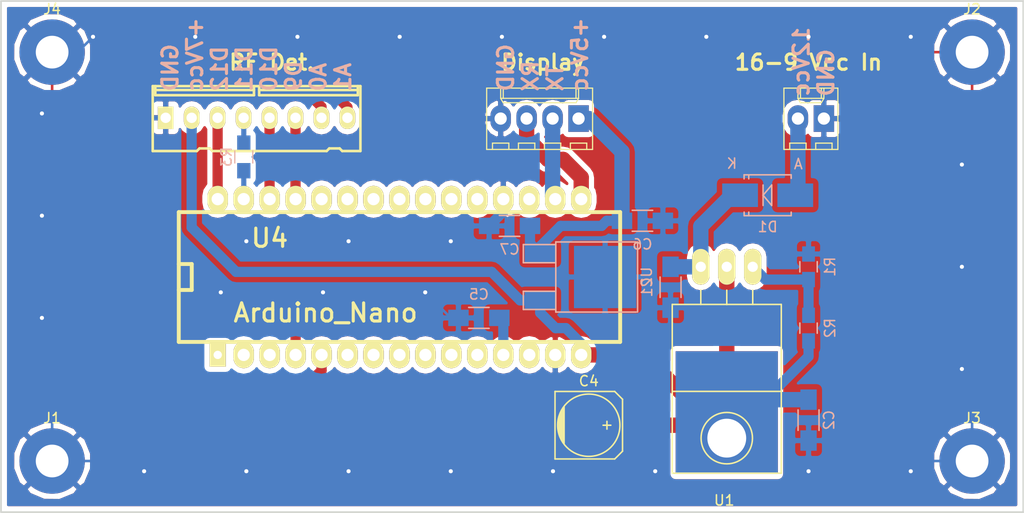
<source format=kicad_pcb>
(kicad_pcb (version 4) (host pcbnew 4.0.6)

  (general
    (links 41)
    (no_connects 0)
    (area 90.899999 68.825 191.100001 119.275)
    (thickness 1.6)
    (drawings 14)
    (tracks 149)
    (zones 0)
    (modules 20)
    (nets 17)
  )

  (page A4)
  (layers
    (0 F.Cu signal)
    (31 B.Cu signal)
    (32 B.Adhes user)
    (33 F.Adhes user)
    (34 B.Paste user)
    (35 F.Paste user)
    (36 B.SilkS user)
    (37 F.SilkS user)
    (38 B.Mask user)
    (39 F.Mask user)
    (40 Dwgs.User user)
    (41 Cmts.User user)
    (42 Eco1.User user)
    (43 Eco2.User user)
    (44 Edge.Cuts user)
    (45 Margin user)
    (46 B.CrtYd user)
    (47 F.CrtYd user)
    (48 B.Fab user)
    (49 F.Fab user)
  )

  (setup
    (last_trace_width 1.5)
    (user_trace_width 0.5)
    (user_trace_width 1)
    (user_trace_width 1.5)
    (user_trace_width 2)
    (trace_clearance 0.2)
    (zone_clearance 0.508)
    (zone_45_only no)
    (trace_min 0.2)
    (segment_width 0.2)
    (edge_width 0.15)
    (via_size 0.6)
    (via_drill 0.4)
    (via_min_size 0.4)
    (via_min_drill 0.3)
    (uvia_size 0.3)
    (uvia_drill 0.1)
    (uvias_allowed no)
    (uvia_min_size 0.2)
    (uvia_min_drill 0.1)
    (pcb_text_width 0.3)
    (pcb_text_size 1.5 1.5)
    (mod_edge_width 0.15)
    (mod_text_size 1 1)
    (mod_text_width 0.15)
    (pad_size 2 2.6)
    (pad_drill 1.2)
    (pad_to_mask_clearance 0.2)
    (aux_axis_origin 0 0)
    (visible_elements 7FFFFFFF)
    (pcbplotparams
      (layerselection 0x010ff_80000001)
      (usegerberextensions true)
      (excludeedgelayer true)
      (linewidth 0.100000)
      (plotframeref false)
      (viasonmask false)
      (mode 1)
      (useauxorigin false)
      (hpglpennumber 1)
      (hpglpenspeed 20)
      (hpglpendiameter 15)
      (hpglpenoverlay 2)
      (psnegative false)
      (psa4output false)
      (plotreference true)
      (plotvalue false)
      (plotinvisibletext false)
      (padsonsilk false)
      (subtractmaskfromsilk false)
      (outputformat 1)
      (mirror false)
      (drillshape 0)
      (scaleselection 1)
      (outputdirectory Gerber/))
  )

  (net 0 "")
  (net 1 "Net-(C1-Pad1)")
  (net 2 GND)
  (net 3 "Net-(C5-Pad1)")
  (net 4 "Net-(R1-Pad1)")
  (net 5 +8V)
  (net 6 +5C)
  (net 7 +12V)
  (net 8 "Net-(P5-Pad2)")
  (net 9 "Net-(P5-Pad3)")
  (net 10 "Net-(J5-Pad7)")
  (net 11 "Net-(J5-Pad5)")
  (net 12 "Net-(J5-Pad4)")
  (net 13 "Net-(J5-Pad3)")
  (net 14 "Net-(J5-Pad8)")
  (net 15 "Net-(J5-Pad6)")
  (net 16 "Net-(R3-Pad2)")

  (net_class Default "Ceci est la Netclass par défaut"
    (clearance 0.2)
    (trace_width 0.25)
    (via_dia 0.6)
    (via_drill 0.4)
    (uvia_dia 0.3)
    (uvia_drill 0.1)
    (add_net +12V)
    (add_net +5C)
    (add_net +8V)
    (add_net GND)
    (add_net "Net-(C1-Pad1)")
    (add_net "Net-(C5-Pad1)")
    (add_net "Net-(J5-Pad3)")
    (add_net "Net-(J5-Pad4)")
    (add_net "Net-(J5-Pad5)")
    (add_net "Net-(J5-Pad6)")
    (add_net "Net-(J5-Pad7)")
    (add_net "Net-(J5-Pad8)")
    (add_net "Net-(P5-Pad2)")
    (add_net "Net-(P5-Pad3)")
    (add_net "Net-(R1-Pad1)")
    (add_net "Net-(R3-Pad2)")
  )

  (module TO_SOT_Packages_THT:TO-220_Neutral123_Horizontal_LargePads (layer F.Cu) (tedit 5909A801) (tstamp 571917CA)
    (at 162 95 180)
    (descr "TO-220, Neutral, Horizontal, Large Pads,")
    (tags "TO-220, Neutral, Horizontal, Large Pads,")
    (path /57139B68)
    (fp_text reference U1 (at 0.24892 -22.84984 180) (layer F.SilkS)
      (effects (font (size 1 1) (thickness 0.15)))
    )
    (fp_text value LM317T (at -0.20066 4.24942 180) (layer F.Fab)
      (effects (font (size 1 1) (thickness 0.15)))
    )
    (fp_line (start -2.54 -3.683) (end -2.54 -2.286) (layer F.SilkS) (width 0.15))
    (fp_line (start 0 -3.683) (end 0 -2.286) (layer F.SilkS) (width 0.15))
    (fp_line (start 2.54 -3.683) (end 2.54 -2.286) (layer F.SilkS) (width 0.15))
    (fp_circle (center 0 -16.764) (end 1.778 -14.986) (layer F.SilkS) (width 0.15))
    (fp_line (start 5.334 -12.192) (end 5.334 -20.193) (layer F.SilkS) (width 0.15))
    (fp_line (start 5.334 -20.193) (end -5.334 -20.193) (layer F.SilkS) (width 0.15))
    (fp_line (start -5.334 -20.193) (end -5.334 -12.192) (layer F.SilkS) (width 0.15))
    (fp_line (start 5.334 -3.683) (end 5.334 -12.192) (layer F.SilkS) (width 0.15))
    (fp_line (start 5.334 -12.192) (end -5.334 -12.192) (layer F.SilkS) (width 0.15))
    (fp_line (start -5.334 -12.192) (end -5.334 -3.683) (layer F.SilkS) (width 0.15))
    (fp_line (start 0 -3.683) (end -5.334 -3.683) (layer F.SilkS) (width 0.15))
    (fp_line (start 0 -3.683) (end 5.334 -3.683) (layer F.SilkS) (width 0.15))
    (pad 2 thru_hole oval (at 0 0 270) (size 3.50012 1.69926) (drill 1.00076) (layers *.Cu *.Mask F.SilkS)
      (net 5 +8V))
    (pad 1 thru_hole oval (at -2.54 0 270) (size 3.50012 1.69926) (drill 1.00076) (layers *.Cu *.Mask F.SilkS)
      (net 4 "Net-(R1-Pad1)"))
    (pad 3 thru_hole oval (at 2.54 0 270) (size 3.50012 1.69926) (drill 1.00076) (layers *.Cu *.Mask F.SilkS)
      (net 1 "Net-(C1-Pad1)"))
    (pad 2 thru_hole rect (at 0 -16.764 270) (size 12 10) (drill 3.79984 (offset -2.5 0)) (layers *.Cu *.Paste *.Mask)
      (net 5 +8V))
    (model TO_SOT_Packages_THT.3dshapes/TO-220_Neutral123_Horizontal_LargePads.wrl
      (at (xyz 0 0 0))
      (scale (xyz 0.3937 0.3937 0.3937))
      (rotate (xyz 0 0 0))
    )
  )

  (module Capacitors_SMD:C_1206_HandSoldering (layer B.Cu) (tedit 541A9C03) (tstamp 5719134A)
    (at 156.5 97 270)
    (descr "Capacitor SMD 1206, hand soldering")
    (tags "capacitor 1206")
    (path /5713E012)
    (attr smd)
    (fp_text reference C1 (at 0 2.3 270) (layer B.SilkS)
      (effects (font (size 1 1) (thickness 0.15)) (justify mirror))
    )
    (fp_text value 100n (at 0 -2.3 270) (layer B.Fab)
      (effects (font (size 1 1) (thickness 0.15)) (justify mirror))
    )
    (fp_line (start -3.3 1.15) (end 3.3 1.15) (layer B.CrtYd) (width 0.05))
    (fp_line (start -3.3 -1.15) (end 3.3 -1.15) (layer B.CrtYd) (width 0.05))
    (fp_line (start -3.3 1.15) (end -3.3 -1.15) (layer B.CrtYd) (width 0.05))
    (fp_line (start 3.3 1.15) (end 3.3 -1.15) (layer B.CrtYd) (width 0.05))
    (fp_line (start 1 1.025) (end -1 1.025) (layer B.SilkS) (width 0.15))
    (fp_line (start -1 -1.025) (end 1 -1.025) (layer B.SilkS) (width 0.15))
    (pad 1 smd rect (at -2 0 270) (size 2 1.6) (layers B.Cu B.Paste B.Mask)
      (net 1 "Net-(C1-Pad1)"))
    (pad 2 smd rect (at 2 0 270) (size 2 1.6) (layers B.Cu B.Paste B.Mask)
      (net 2 GND))
    (model Capacitors_SMD.3dshapes/C_1206_HandSoldering.wrl
      (at (xyz 0 0 0))
      (scale (xyz 1 1 1))
      (rotate (xyz 0 0 0))
    )
  )

  (module Capacitors_SMD:C_1206_HandSoldering (layer B.Cu) (tedit 596B0AAF) (tstamp 57191350)
    (at 170 110 270)
    (descr "Capacitor SMD 1206, hand soldering")
    (tags "capacitor 1206")
    (path /5713E09B)
    (attr smd)
    (fp_text reference C2 (at 0 -2 270) (layer B.SilkS)
      (effects (font (size 1 1) (thickness 0.15)) (justify mirror))
    )
    (fp_text value 100n (at 0 -2.3 270) (layer B.Fab)
      (effects (font (size 1 1) (thickness 0.15)) (justify mirror))
    )
    (fp_line (start -3.3 1.15) (end 3.3 1.15) (layer B.CrtYd) (width 0.05))
    (fp_line (start -3.3 -1.15) (end 3.3 -1.15) (layer B.CrtYd) (width 0.05))
    (fp_line (start -3.3 1.15) (end -3.3 -1.15) (layer B.CrtYd) (width 0.05))
    (fp_line (start 3.3 1.15) (end 3.3 -1.15) (layer B.CrtYd) (width 0.05))
    (fp_line (start 1 1.025) (end -1 1.025) (layer B.SilkS) (width 0.15))
    (fp_line (start -1 -1.025) (end 1 -1.025) (layer B.SilkS) (width 0.15))
    (pad 1 smd rect (at -2 0 270) (size 2 1.6) (layers B.Cu B.Paste B.Mask)
      (net 5 +8V))
    (pad 2 smd rect (at 2 0 270) (size 2 1.6) (layers B.Cu B.Paste B.Mask)
      (net 2 GND))
    (model Capacitors_SMD.3dshapes/C_1206_HandSoldering.wrl
      (at (xyz 0 0 0))
      (scale (xyz 1 1 1))
      (rotate (xyz 0 0 0))
    )
  )

  (module Capacitors_SMD:C_1206_HandSoldering (layer B.Cu) (tedit 541A9C03) (tstamp 57191362)
    (at 137.75 100 180)
    (descr "Capacitor SMD 1206, hand soldering")
    (tags "capacitor 1206")
    (path /5713E11D)
    (attr smd)
    (fp_text reference C5 (at 0 2.3 180) (layer B.SilkS)
      (effects (font (size 1 1) (thickness 0.15)) (justify mirror))
    )
    (fp_text value 100n (at 0 -2.3 180) (layer B.Fab)
      (effects (font (size 1 1) (thickness 0.15)) (justify mirror))
    )
    (fp_line (start -3.3 1.15) (end 3.3 1.15) (layer B.CrtYd) (width 0.05))
    (fp_line (start -3.3 -1.15) (end 3.3 -1.15) (layer B.CrtYd) (width 0.05))
    (fp_line (start -3.3 1.15) (end -3.3 -1.15) (layer B.CrtYd) (width 0.05))
    (fp_line (start 3.3 1.15) (end 3.3 -1.15) (layer B.CrtYd) (width 0.05))
    (fp_line (start 1 1.025) (end -1 1.025) (layer B.SilkS) (width 0.15))
    (fp_line (start -1 -1.025) (end 1 -1.025) (layer B.SilkS) (width 0.15))
    (pad 1 smd rect (at -2 0 180) (size 2 1.6) (layers B.Cu B.Paste B.Mask)
      (net 3 "Net-(C5-Pad1)"))
    (pad 2 smd rect (at 2 0 180) (size 2 1.6) (layers B.Cu B.Paste B.Mask)
      (net 2 GND))
    (model Capacitors_SMD.3dshapes/C_1206_HandSoldering.wrl
      (at (xyz 0 0 0))
      (scale (xyz 1 1 1))
      (rotate (xyz 0 0 0))
    )
  )

  (module Capacitors_SMD:C_1206_HandSoldering (layer B.Cu) (tedit 541A9C03) (tstamp 57191368)
    (at 153.75 90.5)
    (descr "Capacitor SMD 1206, hand soldering")
    (tags "capacitor 1206")
    (path /5713E0DE)
    (attr smd)
    (fp_text reference C6 (at 0 2.3) (layer B.SilkS)
      (effects (font (size 1 1) (thickness 0.15)) (justify mirror))
    )
    (fp_text value 100n (at 0 -2.3) (layer B.Fab)
      (effects (font (size 1 1) (thickness 0.15)) (justify mirror))
    )
    (fp_line (start -3.3 1.15) (end 3.3 1.15) (layer B.CrtYd) (width 0.05))
    (fp_line (start -3.3 -1.15) (end 3.3 -1.15) (layer B.CrtYd) (width 0.05))
    (fp_line (start -3.3 1.15) (end -3.3 -1.15) (layer B.CrtYd) (width 0.05))
    (fp_line (start 3.3 1.15) (end 3.3 -1.15) (layer B.CrtYd) (width 0.05))
    (fp_line (start 1 1.025) (end -1 1.025) (layer B.SilkS) (width 0.15))
    (fp_line (start -1 -1.025) (end 1 -1.025) (layer B.SilkS) (width 0.15))
    (pad 1 smd rect (at -2 0) (size 2 1.6) (layers B.Cu B.Paste B.Mask)
      (net 6 +5C))
    (pad 2 smd rect (at 2 0) (size 2 1.6) (layers B.Cu B.Paste B.Mask)
      (net 2 GND))
    (model Capacitors_SMD.3dshapes/C_1206_HandSoldering.wrl
      (at (xyz 0 0 0))
      (scale (xyz 1 1 1))
      (rotate (xyz 0 0 0))
    )
  )

  (module Capacitors_SMD:C_1206_HandSoldering (layer B.Cu) (tedit 541A9C03) (tstamp 5719136E)
    (at 140.75 91)
    (descr "Capacitor SMD 1206, hand soldering")
    (tags "capacitor 1206")
    (path /5713E3C1)
    (attr smd)
    (fp_text reference C7 (at 0 2.3) (layer B.SilkS)
      (effects (font (size 1 1) (thickness 0.15)) (justify mirror))
    )
    (fp_text value 100n (at 0 -2.3) (layer B.Fab)
      (effects (font (size 1 1) (thickness 0.15)) (justify mirror))
    )
    (fp_line (start -3.3 1.15) (end 3.3 1.15) (layer B.CrtYd) (width 0.05))
    (fp_line (start -3.3 -1.15) (end 3.3 -1.15) (layer B.CrtYd) (width 0.05))
    (fp_line (start -3.3 1.15) (end -3.3 -1.15) (layer B.CrtYd) (width 0.05))
    (fp_line (start 3.3 1.15) (end 3.3 -1.15) (layer B.CrtYd) (width 0.05))
    (fp_line (start 1 1.025) (end -1 1.025) (layer B.SilkS) (width 0.15))
    (fp_line (start -1 -1.025) (end 1 -1.025) (layer B.SilkS) (width 0.15))
    (pad 1 smd rect (at -2 0) (size 2 1.6) (layers B.Cu B.Paste B.Mask)
      (net 2 GND))
    (pad 2 smd rect (at 2 0) (size 2 1.6) (layers B.Cu B.Paste B.Mask)
      (net 6 +5C))
    (model Capacitors_SMD.3dshapes/C_1206_HandSoldering.wrl
      (at (xyz 0 0 0))
      (scale (xyz 1 1 1))
      (rotate (xyz 0 0 0))
    )
  )

  (module Capacitors_SMD:C_0805_HandSoldering (layer B.Cu) (tedit 541A9B8D) (tstamp 571913D4)
    (at 170 95 90)
    (descr "Capacitor SMD 0805, hand soldering")
    (tags "capacitor 0805")
    (path /5713C524)
    (attr smd)
    (fp_text reference R1 (at 0 2.1 90) (layer B.SilkS)
      (effects (font (size 1 1) (thickness 0.15)) (justify mirror))
    )
    (fp_text value 110 (at 0 -2.1 90) (layer B.Fab)
      (effects (font (size 1 1) (thickness 0.15)) (justify mirror))
    )
    (fp_line (start -2.3 1) (end 2.3 1) (layer B.CrtYd) (width 0.05))
    (fp_line (start -2.3 -1) (end 2.3 -1) (layer B.CrtYd) (width 0.05))
    (fp_line (start -2.3 1) (end -2.3 -1) (layer B.CrtYd) (width 0.05))
    (fp_line (start 2.3 1) (end 2.3 -1) (layer B.CrtYd) (width 0.05))
    (fp_line (start 0.5 0.85) (end -0.5 0.85) (layer B.SilkS) (width 0.15))
    (fp_line (start -0.5 -0.85) (end 0.5 -0.85) (layer B.SilkS) (width 0.15))
    (pad 1 smd rect (at -1.25 0 90) (size 1.5 1.25) (layers B.Cu B.Paste B.Mask)
      (net 4 "Net-(R1-Pad1)"))
    (pad 2 smd rect (at 1.25 0 90) (size 1.5 1.25) (layers B.Cu B.Paste B.Mask)
      (net 2 GND))
    (model Capacitors_SMD.3dshapes/C_0805_HandSoldering.wrl
      (at (xyz 0 0 0))
      (scale (xyz 1 1 1))
      (rotate (xyz 0 0 0))
    )
  )

  (module Capacitors_SMD:C_0805_HandSoldering (layer B.Cu) (tedit 541A9B8D) (tstamp 571913DA)
    (at 170 101 90)
    (descr "Capacitor SMD 0805, hand soldering")
    (tags "capacitor 0805")
    (path /5713C585)
    (attr smd)
    (fp_text reference R2 (at 0 2.1 90) (layer B.SilkS)
      (effects (font (size 1 1) (thickness 0.15)) (justify mirror))
    )
    (fp_text value 240 (at 0 -2.1 90) (layer B.Fab)
      (effects (font (size 1 1) (thickness 0.15)) (justify mirror))
    )
    (fp_line (start -2.3 1) (end 2.3 1) (layer B.CrtYd) (width 0.05))
    (fp_line (start -2.3 -1) (end 2.3 -1) (layer B.CrtYd) (width 0.05))
    (fp_line (start -2.3 1) (end -2.3 -1) (layer B.CrtYd) (width 0.05))
    (fp_line (start 2.3 1) (end 2.3 -1) (layer B.CrtYd) (width 0.05))
    (fp_line (start 0.5 0.85) (end -0.5 0.85) (layer B.SilkS) (width 0.15))
    (fp_line (start -0.5 -0.85) (end 0.5 -0.85) (layer B.SilkS) (width 0.15))
    (pad 1 smd rect (at -1.25 0 90) (size 1.5 1.25) (layers B.Cu B.Paste B.Mask)
      (net 5 +8V))
    (pad 2 smd rect (at 1.25 0 90) (size 1.5 1.25) (layers B.Cu B.Paste B.Mask)
      (net 4 "Net-(R1-Pad1)"))
    (model Capacitors_SMD.3dshapes/C_0805_HandSoldering.wrl
      (at (xyz 0 0 0))
      (scale (xyz 1 1 1))
      (rotate (xyz 0 0 0))
    )
  )

  (module TO_SOT_Packages_SMD:TO-252-2Lead (layer B.Cu) (tedit 0) (tstamp 571913F6)
    (at 143.75 96 90)
    (descr "DPAK / TO-252 2-lead smd package")
    (tags "dpak TO-252")
    (path /57139BB1)
    (attr smd)
    (fp_text reference U2 (at 0 10.414 90) (layer B.SilkS)
      (effects (font (size 1 1) (thickness 0.15)) (justify mirror))
    )
    (fp_text value MC78M05CDT (at 0 2.413 90) (layer B.Fab)
      (effects (font (size 1 1) (thickness 0.15)) (justify mirror))
    )
    (fp_line (start 1.397 1.524) (end 1.397 -1.651) (layer B.SilkS) (width 0.15))
    (fp_line (start 1.397 -1.651) (end 3.175 -1.651) (layer B.SilkS) (width 0.15))
    (fp_line (start 3.175 -1.651) (end 3.175 1.524) (layer B.SilkS) (width 0.15))
    (fp_line (start -3.175 1.524) (end -3.175 -1.651) (layer B.SilkS) (width 0.15))
    (fp_line (start -3.175 -1.651) (end -1.397 -1.651) (layer B.SilkS) (width 0.15))
    (fp_line (start -1.397 -1.651) (end -1.397 1.524) (layer B.SilkS) (width 0.15))
    (fp_line (start 3.429 7.62) (end 3.429 1.524) (layer B.SilkS) (width 0.15))
    (fp_line (start 3.429 1.524) (end -3.429 1.524) (layer B.SilkS) (width 0.15))
    (fp_line (start -3.429 1.524) (end -3.429 9.398) (layer B.SilkS) (width 0.15))
    (fp_line (start -3.429 9.525) (end 3.429 9.525) (layer B.SilkS) (width 0.15))
    (fp_line (start 3.429 9.398) (end 3.429 7.62) (layer B.SilkS) (width 0.15))
    (pad 1 smd rect (at -2.286 0 90) (size 1.651 3.048) (layers B.Cu B.Paste B.Mask)
      (net 5 +8V))
    (pad 2 smd rect (at 0 6.35 90) (size 6.096 6.096) (layers B.Cu B.Paste B.Mask)
      (net 2 GND))
    (pad 3 smd rect (at 2.286 0 90) (size 1.651 3.048) (layers B.Cu B.Paste B.Mask)
      (net 6 +5C))
    (model TO_SOT_Packages_SMD.3dshapes/TO-252-2Lead.wrl
      (at (xyz 0 0 0))
      (scale (xyz 1 1 1))
      (rotate (xyz 0 0 0))
    )
  )

  (module arduino:arduino_nano (layer F.Cu) (tedit 5909AAAE) (tstamp 5719141F)
    (at 131.25 96)
    (descr "30 pins DIL package, elliptical pads, width 600mil (arduino nano)")
    (tags "DIL arduino mini")
    (path /57138B7B)
    (fp_text reference U4 (at -13.97 -3.81) (layer F.SilkS)
      (effects (font (size 1.778 1.778) (thickness 0.3048)))
    )
    (fp_text value Arduino_Nano (at -8.5 3.5) (layer F.SilkS)
      (effects (font (size 1.778 1.778) (thickness 0.3048)))
    )
    (fp_line (start -22.86 -6.35) (end 20.32 -6.35) (layer F.SilkS) (width 0.381))
    (fp_line (start 20.32 -6.35) (end 20.32 6.35) (layer F.SilkS) (width 0.381))
    (fp_line (start 20.32 6.35) (end -22.86 6.35) (layer F.SilkS) (width 0.381))
    (fp_line (start -22.86 6.35) (end -22.86 -6.35) (layer F.SilkS) (width 0.381))
    (fp_line (start -22.86 1.27) (end -21.59 1.27) (layer F.SilkS) (width 0.381))
    (fp_line (start -21.59 1.27) (end -21.59 -1.27) (layer F.SilkS) (width 0.381))
    (fp_line (start -21.59 -1.27) (end -22.86 -1.27) (layer F.SilkS) (width 0.381))
    (pad 1 thru_hole rect (at -19.05 7.62) (size 1.5748 2.286) (drill 0.8128) (layers *.Cu *.Mask F.SilkS))
    (pad 2 thru_hole oval (at -16.51 7.62) (size 2 2.6) (drill 1.2) (layers *.Cu *.Mask F.SilkS))
    (pad 3 thru_hole oval (at -13.97 7.62) (size 2 2.6) (drill 1.2) (layers *.Cu *.Mask F.SilkS))
    (pad 4 thru_hole oval (at -11.43 7.62) (size 2 2.6) (drill 1.2) (layers *.Cu *.Mask F.SilkS)
      (net 10 "Net-(J5-Pad7)"))
    (pad 5 thru_hole oval (at -8.89 7.62) (size 2 2.6) (drill 1.2) (layers *.Cu *.Mask F.SilkS)
      (net 14 "Net-(J5-Pad8)"))
    (pad 6 thru_hole oval (at -6.35 7.62) (size 2 2.6) (drill 1.2) (layers *.Cu *.Mask F.SilkS))
    (pad 7 thru_hole oval (at -3.81 7.62) (size 2 2.6) (drill 1.2) (layers *.Cu *.Mask F.SilkS))
    (pad 8 thru_hole oval (at -1.27 7.62) (size 2 2.6) (drill 1.2) (layers *.Cu *.Mask F.SilkS))
    (pad 9 thru_hole oval (at 1.27 7.62) (size 2 2.6) (drill 1.2) (layers *.Cu *.Mask F.SilkS))
    (pad 10 thru_hole oval (at 3.81 7.62) (size 2 2.6) (drill 1.2) (layers *.Cu *.Mask F.SilkS))
    (pad 11 thru_hole oval (at 6.35 7.62) (size 2 2.6) (drill 1.2) (layers *.Cu *.Mask F.SilkS))
    (pad 12 thru_hole oval (at 8.89 7.62) (size 2 2.6) (drill 1.2) (layers *.Cu *.Mask F.SilkS)
      (net 3 "Net-(C5-Pad1)"))
    (pad 13 thru_hole oval (at 11.43 7.62) (size 2 2.6) (drill 1.2) (layers *.Cu *.Mask F.SilkS))
    (pad 14 thru_hole oval (at 13.97 7.62) (size 2 2.6) (drill 1.2) (layers *.Cu *.Mask F.SilkS)
      (net 2 GND))
    (pad 15 thru_hole oval (at 16.51 7.62) (size 2 2.6) (drill 1.2) (layers *.Cu *.Mask F.SilkS)
      (net 5 +8V))
    (pad 16 thru_hole oval (at 16.51 -7.62) (size 2 2.6) (drill 1.2) (layers *.Cu *.Mask F.SilkS)
      (net 9 "Net-(P5-Pad3)"))
    (pad 17 thru_hole oval (at 13.97 -7.62) (size 2 2.6) (drill 1.2) (layers *.Cu *.Mask F.SilkS)
      (net 8 "Net-(P5-Pad2)"))
    (pad 18 thru_hole oval (at 11.43 -7.62) (size 2 2.6) (drill 1.2) (layers *.Cu *.Mask F.SilkS))
    (pad 19 thru_hole oval (at 8.89 -7.62) (size 2 2.6) (drill 1.2) (layers *.Cu *.Mask F.SilkS)
      (net 2 GND))
    (pad 20 thru_hole oval (at 6.35 -7.62) (size 2 2.6) (drill 1.2) (layers *.Cu *.Mask F.SilkS))
    (pad 21 thru_hole oval (at 3.81 -7.62) (size 2 2.6) (drill 1.2) (layers *.Cu *.Mask F.SilkS))
    (pad 22 thru_hole oval (at 1.27 -7.62) (size 2 2.6) (drill 1.2) (layers *.Cu *.Mask F.SilkS))
    (pad 23 thru_hole oval (at -1.27 -7.62) (size 2 2.6) (drill 1.2) (layers *.Cu *.Mask F.SilkS))
    (pad 24 thru_hole oval (at -3.81 -7.62) (size 2 2.6) (drill 1.2) (layers *.Cu *.Mask F.SilkS))
    (pad 25 thru_hole oval (at -6.35 -7.62) (size 2 2.6) (drill 1.2) (layers *.Cu *.Mask F.SilkS))
    (pad 26 thru_hole oval (at -8.89 -7.62) (size 2 2.6) (drill 1.2) (layers *.Cu *.Mask F.SilkS))
    (pad 27 thru_hole oval (at -11.43 -7.62) (size 2 2.6) (drill 1.2) (layers *.Cu *.Mask F.SilkS)
      (net 15 "Net-(J5-Pad6)"))
    (pad 28 thru_hole oval (at -13.97 -7.62) (size 2 2.6) (drill 1.2) (layers *.Cu *.Mask F.SilkS)
      (net 11 "Net-(J5-Pad5)"))
    (pad 29 thru_hole oval (at -16.51 -7.62) (size 2 2.6) (drill 1.2) (layers *.Cu *.Mask F.SilkS)
      (net 16 "Net-(R3-Pad2)"))
    (pad 30 thru_hole oval (at -19.05 -7.62) (size 2 2.6) (drill 1.2) (layers *.Cu *.Mask F.SilkS)
      (net 13 "Net-(J5-Pad3)"))
    (model ../../../../../../Users/Marco/Documents/Kicad/Projets/dl2sba/arduino/arduino_nano.wrl
      (at (xyz -1 -0.4 -0.2))
      (scale (xyz 0.4 0.4 0.4))
      (rotate (xyz 0 0 0))
    )
  )

  (module Diodes_SMD:SMB_Handsoldering (layer B.Cu) (tedit 552FF2F0) (tstamp 571BD17E)
    (at 166 88)
    (descr "Diode SMB Handsoldering")
    (tags "Diode SMB Handsoldering")
    (path /5713C927)
    (attr smd)
    (fp_text reference D1 (at 0 3.1) (layer B.SilkS)
      (effects (font (size 1 1) (thickness 0.15)) (justify mirror))
    )
    (fp_text value D_Schottky (at 0.1 -4.75) (layer B.Fab)
      (effects (font (size 1 1) (thickness 0.15)) (justify mirror))
    )
    (fp_line (start -4.7 2.25) (end 4.7 2.25) (layer B.CrtYd) (width 0.05))
    (fp_line (start 4.7 2.25) (end 4.7 -2.25) (layer B.CrtYd) (width 0.05))
    (fp_line (start 4.7 -2.25) (end -4.7 -2.25) (layer B.CrtYd) (width 0.05))
    (fp_line (start -4.7 -2.25) (end -4.7 2.25) (layer B.CrtYd) (width 0.05))
    (fp_line (start -0.44958 0) (end 0.39878 1.00076) (layer B.SilkS) (width 0.15))
    (fp_line (start 0.39878 1.00076) (end 0.39878 -1.00076) (layer B.SilkS) (width 0.15))
    (fp_line (start 0.39878 -1.00076) (end -0.44958 0) (layer B.SilkS) (width 0.15))
    (fp_line (start -0.44958 0) (end -0.44958 -1.00076) (layer B.SilkS) (width 0.15))
    (fp_line (start -0.44958 0) (end -0.44958 1.00076) (layer B.SilkS) (width 0.15))
    (fp_text user K (at -3.5 -3.1) (layer B.SilkS)
      (effects (font (size 1 1) (thickness 0.15)) (justify mirror))
    )
    (fp_text user A (at 3 -3.05) (layer B.SilkS)
      (effects (font (size 1 1) (thickness 0.15)) (justify mirror))
    )
    (fp_line (start -2.30632 -1.8) (end -2.30632 -1.6002) (layer B.SilkS) (width 0.15))
    (fp_line (start -1.84928 -1.8) (end -1.84928 -1.601) (layer B.SilkS) (width 0.15))
    (fp_line (start 2.30124 -1.8) (end 2.30124 -1.651) (layer B.SilkS) (width 0.15))
    (fp_line (start -2.30124 1.8) (end -2.30124 1.651) (layer B.SilkS) (width 0.15))
    (fp_line (start -1.84928 1.8) (end -1.84928 1.651) (layer B.SilkS) (width 0.15))
    (fp_line (start 2.30124 1.8) (end 2.30124 1.651) (layer B.SilkS) (width 0.15))
    (fp_line (start -1.84928 -1.94898) (end -1.84928 -1.75086) (layer B.SilkS) (width 0.15))
    (fp_line (start -1.84928 1.99898) (end -1.84928 1.80086) (layer B.SilkS) (width 0.15))
    (fp_line (start 2.29616 -1.99644) (end 2.29616 -1.79832) (layer B.SilkS) (width 0.15))
    (fp_line (start -2.30632 -1.99644) (end 2.29616 -1.99644) (layer B.SilkS) (width 0.15))
    (fp_line (start -2.30632 -1.99644) (end -2.30632 -1.79832) (layer B.SilkS) (width 0.15))
    (fp_line (start -2.30124 1.99898) (end -2.30124 1.80086) (layer B.SilkS) (width 0.15))
    (fp_line (start -2.30124 1.99898) (end 2.30124 1.99898) (layer B.SilkS) (width 0.15))
    (fp_line (start 2.30124 1.99898) (end 2.30124 1.80086) (layer B.SilkS) (width 0.15))
    (pad 1 smd rect (at -2.70002 0) (size 3.50012 2.30124) (layers B.Cu B.Paste B.Mask)
      (net 1 "Net-(C1-Pad1)"))
    (pad 2 smd rect (at 2.70002 0) (size 3.50012 2.30124) (layers B.Cu B.Paste B.Mask)
      (net 7 +12V))
    (model Diodes_SMD.3dshapes/SMB_Handsoldering.wrl
      (at (xyz 0 0 0))
      (scale (xyz 0.3937 0.3937 0.3937))
      (rotate (xyz 0 0 180))
    )
  )

  (module Capacitors_SMD:c_elec_6.3x7.7 (layer F.Cu) (tedit 5908B3E5) (tstamp 571BD1E1)
    (at 148.5 110.5)
    (descr "SMT capacitor, aluminium electrolytic, 6.3x7.7")
    (path /5713E47F)
    (attr smd)
    (fp_text reference C4 (at 0 -4.318) (layer F.SilkS)
      (effects (font (size 1 1) (thickness 0.15)))
    )
    (fp_text value 1500uF (at 0 4.318) (layer F.Fab)
      (effects (font (size 1 1) (thickness 0.15)))
    )
    (fp_line (start -4.85 -3.55) (end 4.85 -3.55) (layer F.CrtYd) (width 0.05))
    (fp_line (start 4.85 -3.55) (end 4.85 3.55) (layer F.CrtYd) (width 0.05))
    (fp_line (start 4.85 3.55) (end -4.85 3.55) (layer F.CrtYd) (width 0.05))
    (fp_line (start -4.85 3.55) (end -4.85 -3.55) (layer F.CrtYd) (width 0.05))
    (fp_line (start -2.921 -0.762) (end -2.921 0.762) (layer F.SilkS) (width 0.15))
    (fp_line (start -2.794 1.143) (end -2.794 -1.143) (layer F.SilkS) (width 0.15))
    (fp_line (start -2.667 -1.397) (end -2.667 1.397) (layer F.SilkS) (width 0.15))
    (fp_line (start -2.54 1.651) (end -2.54 -1.651) (layer F.SilkS) (width 0.15))
    (fp_line (start -2.413 -1.778) (end -2.413 1.778) (layer F.SilkS) (width 0.15))
    (fp_line (start -3.302 -3.302) (end -3.302 3.302) (layer F.SilkS) (width 0.15))
    (fp_line (start -3.302 3.302) (end 2.54 3.302) (layer F.SilkS) (width 0.15))
    (fp_line (start 2.54 3.302) (end 3.302 2.54) (layer F.SilkS) (width 0.15))
    (fp_line (start 3.302 2.54) (end 3.302 -2.54) (layer F.SilkS) (width 0.15))
    (fp_line (start 3.302 -2.54) (end 2.54 -3.302) (layer F.SilkS) (width 0.15))
    (fp_line (start 2.54 -3.302) (end -3.302 -3.302) (layer F.SilkS) (width 0.15))
    (fp_line (start 2.159 0) (end 1.397 0) (layer F.SilkS) (width 0.15))
    (fp_line (start 1.778 -0.381) (end 1.778 0.381) (layer F.SilkS) (width 0.15))
    (fp_circle (center 0 0) (end -3.048 0) (layer F.SilkS) (width 0.15))
    (pad 1 smd rect (at 3 0) (size 5 2.5) (layers F.Cu F.Paste F.Mask)
      (net 5 +8V))
    (pad 2 smd rect (at -3.5 0) (size 5 2.5) (layers F.Cu F.Paste F.Mask)
      (net 2 GND))
    (model Capacitors_SMD.3dshapes/c_elec_6.3x7.7.wrl
      (at (xyz 0 0 0))
      (scale (xyz 1 1 1))
      (rotate (xyz 0 0 0))
    )
  )

  (module Connectors_Molex:Molex_KK-6410-02_02x2.54mm_Straight (layer F.Cu) (tedit 596B10E8) (tstamp 59096242)
    (at 171.5 80.5 180)
    (descr "Connector Headers with Friction Lock, 22-27-2021, http://www.molex.com/pdm_docs/sd/022272021_sd.pdf")
    (tags "connector molex kk_6410 22-27-2021")
    (path /5713C7D4)
    (fp_text reference " " (at 1 -4.5 180) (layer F.SilkS)
      (effects (font (size 1 1) (thickness 0.15)))
    )
    (fp_text value "16/9V  in" (at 1.27 4.5 180) (layer F.Fab)
      (effects (font (size 1 1) (thickness 0.15)))
    )
    (fp_line (start -1.37 -3.02) (end -1.37 2.98) (layer F.SilkS) (width 0.12))
    (fp_line (start -1.37 2.98) (end 3.91 2.98) (layer F.SilkS) (width 0.12))
    (fp_line (start 3.91 2.98) (end 3.91 -3.02) (layer F.SilkS) (width 0.12))
    (fp_line (start 3.91 -3.02) (end -1.37 -3.02) (layer F.SilkS) (width 0.12))
    (fp_line (start 0 2.98) (end 0 1.98) (layer F.SilkS) (width 0.12))
    (fp_line (start 0 1.98) (end 2.54 1.98) (layer F.SilkS) (width 0.12))
    (fp_line (start 2.54 1.98) (end 2.54 2.98) (layer F.SilkS) (width 0.12))
    (fp_line (start 0 1.98) (end 0.25 1.55) (layer F.SilkS) (width 0.12))
    (fp_line (start 0.25 1.55) (end 2.29 1.55) (layer F.SilkS) (width 0.12))
    (fp_line (start 2.29 1.55) (end 2.54 1.98) (layer F.SilkS) (width 0.12))
    (fp_line (start 0.25 2.98) (end 0.25 1.98) (layer F.SilkS) (width 0.12))
    (fp_line (start 2.29 2.98) (end 2.29 1.98) (layer F.SilkS) (width 0.12))
    (fp_line (start -0.8 -3.02) (end -0.8 -2.4) (layer F.SilkS) (width 0.12))
    (fp_line (start -0.8 -2.4) (end 0.8 -2.4) (layer F.SilkS) (width 0.12))
    (fp_line (start 0.8 -2.4) (end 0.8 -3.02) (layer F.SilkS) (width 0.12))
    (fp_line (start 1.74 -3.02) (end 1.74 -2.4) (layer F.SilkS) (width 0.12))
    (fp_line (start 1.74 -2.4) (end 3.34 -2.4) (layer F.SilkS) (width 0.12))
    (fp_line (start 3.34 -2.4) (end 3.34 -3.02) (layer F.SilkS) (width 0.12))
    (fp_line (start -1.9 3.5) (end -1.9 -3.55) (layer F.CrtYd) (width 0.05))
    (fp_line (start -1.9 -3.55) (end 4.45 -3.55) (layer F.CrtYd) (width 0.05))
    (fp_line (start 4.45 -3.55) (end 4.45 3.5) (layer F.CrtYd) (width 0.05))
    (fp_line (start 4.45 3.5) (end -1.9 3.5) (layer F.CrtYd) (width 0.05))
    (pad 1 thru_hole rect (at 0 0 180) (size 2 2.6) (drill 1.2) (layers *.Cu *.Mask)
      (net 2 GND))
    (pad 2 thru_hole oval (at 2.54 0 180) (size 2 2.6) (drill 1.2) (layers *.Cu *.Mask)
      (net 7 +12V))
    (model ../../../../../../Users/Marco/Documents/Kicad/Projets/dl2sba/mod/22-23-2021.wrl
      (at (xyz 0.05 0 0))
      (scale (xyz 1 1 1))
      (rotate (xyz 0 0 0))
    )
  )

  (module Connectors_Molex:Molex_KK-6410-04_04x2.54mm_Straight (layer F.Cu) (tedit 596B115A) (tstamp 59096262)
    (at 147.5 80.5 180)
    (descr "Connector Headers with Friction Lock, 22-27-2041, http://www.molex.com/pdm_docs/sd/022272021_sd.pdf")
    (tags "connector molex kk_6410 22-27-2041")
    (path /57139983)
    (fp_text reference " " (at 4 4 180) (layer F.SilkS)
      (effects (font (size 1.5 1.5) (thickness 0.15)))
    )
    (fp_text value Display (at -5 5.5 180) (layer F.Fab)
      (effects (font (size 1 1) (thickness 0.15)))
    )
    (fp_line (start -1.37 -3.02) (end -1.37 2.98) (layer F.SilkS) (width 0.12))
    (fp_line (start -1.37 2.98) (end 8.99 2.98) (layer F.SilkS) (width 0.12))
    (fp_line (start 8.99 2.98) (end 8.99 -3.02) (layer F.SilkS) (width 0.12))
    (fp_line (start 8.99 -3.02) (end -1.37 -3.02) (layer F.SilkS) (width 0.12))
    (fp_line (start 0 2.98) (end 0 1.98) (layer F.SilkS) (width 0.12))
    (fp_line (start 0 1.98) (end 7.62 1.98) (layer F.SilkS) (width 0.12))
    (fp_line (start 7.62 1.98) (end 7.62 2.98) (layer F.SilkS) (width 0.12))
    (fp_line (start 0 1.98) (end 0.25 1.55) (layer F.SilkS) (width 0.12))
    (fp_line (start 0.25 1.55) (end 7.37 1.55) (layer F.SilkS) (width 0.12))
    (fp_line (start 7.37 1.55) (end 7.62 1.98) (layer F.SilkS) (width 0.12))
    (fp_line (start 0.25 2.98) (end 0.25 1.98) (layer F.SilkS) (width 0.12))
    (fp_line (start 7.37 2.98) (end 7.37 1.98) (layer F.SilkS) (width 0.12))
    (fp_line (start -0.8 -3.02) (end -0.8 -2.4) (layer F.SilkS) (width 0.12))
    (fp_line (start -0.8 -2.4) (end 0.8 -2.4) (layer F.SilkS) (width 0.12))
    (fp_line (start 0.8 -2.4) (end 0.8 -3.02) (layer F.SilkS) (width 0.12))
    (fp_line (start 1.74 -3.02) (end 1.74 -2.4) (layer F.SilkS) (width 0.12))
    (fp_line (start 1.74 -2.4) (end 3.34 -2.4) (layer F.SilkS) (width 0.12))
    (fp_line (start 3.34 -2.4) (end 3.34 -3.02) (layer F.SilkS) (width 0.12))
    (fp_line (start 4.28 -3.02) (end 4.28 -2.4) (layer F.SilkS) (width 0.12))
    (fp_line (start 4.28 -2.4) (end 5.88 -2.4) (layer F.SilkS) (width 0.12))
    (fp_line (start 5.88 -2.4) (end 5.88 -3.02) (layer F.SilkS) (width 0.12))
    (fp_line (start 6.82 -3.02) (end 6.82 -2.4) (layer F.SilkS) (width 0.12))
    (fp_line (start 6.82 -2.4) (end 8.42 -2.4) (layer F.SilkS) (width 0.12))
    (fp_line (start 8.42 -2.4) (end 8.42 -3.02) (layer F.SilkS) (width 0.12))
    (fp_line (start -1.9 3.5) (end -1.9 -3.55) (layer F.CrtYd) (width 0.05))
    (fp_line (start -1.9 -3.55) (end 9.5 -3.55) (layer F.CrtYd) (width 0.05))
    (fp_line (start 9.5 -3.55) (end 9.5 3.5) (layer F.CrtYd) (width 0.05))
    (fp_line (start 9.5 3.5) (end -1.9 3.5) (layer F.CrtYd) (width 0.05))
    (pad 1 thru_hole rect (at 0 0 180) (size 2 2.6) (drill 1.2) (layers *.Cu *.Mask)
      (net 6 +5C))
    (pad 2 thru_hole oval (at 2.54 0 180) (size 2 2.6) (drill 1.2) (layers *.Cu *.Mask)
      (net 8 "Net-(P5-Pad2)"))
    (pad 3 thru_hole oval (at 5.08 0 180) (size 2 2.6) (drill 1.2) (layers *.Cu *.Mask)
      (net 9 "Net-(P5-Pad3)"))
    (pad 4 thru_hole oval (at 7.62 0 180) (size 2 2.6) (drill 1.2) (layers *.Cu *.Mask)
      (net 2 GND))
    (model ../../../../../../Users/Marco/Documents/Kicad/Projets/dl2sba/mod/22-23-2041.wrl
      (at (xyz 0.15 0 0))
      (scale (xyz 1 1 1))
      (rotate (xyz 0 0 0))
    )
  )

  (module Mounting_Holes:MountingHole_3.2mm_M3_Pad (layer F.Cu) (tedit 596B0D60) (tstamp 5959E68A)
    (at 96 114)
    (descr "Mounting Hole 3.2mm, M3")
    (tags "mounting hole 3.2mm m3")
    (path /5959EF38)
    (fp_text reference J1 (at 0 -4.2) (layer F.SilkS)
      (effects (font (size 1 1) (thickness 0.15)))
    )
    (fp_text value TEST_1P (at 0 4.2) (layer F.Fab)
      (effects (font (size 1 1) (thickness 0.15)))
    )
    (fp_circle (center 0 0) (end 3.2 0) (layer Cmts.User) (width 0.15))
    (fp_circle (center 0 0) (end 3.45 0) (layer F.CrtYd) (width 0.05))
    (pad 1 thru_hole circle (at 0 0) (size 6.4 6.4) (drill 3.2) (layers *.Cu *.Mask)
      (net 2 GND))
  )

  (module Mounting_Holes:MountingHole_3.2mm_M3_Pad (layer F.Cu) (tedit 596B0D6E) (tstamp 5959E68F)
    (at 186 74)
    (descr "Mounting Hole 3.2mm, M3")
    (tags "mounting hole 3.2mm m3")
    (path /5959EF93)
    (fp_text reference J2 (at 0 -4.2) (layer F.SilkS)
      (effects (font (size 1 1) (thickness 0.15)))
    )
    (fp_text value TEST_1P (at 0 4.2) (layer F.Fab)
      (effects (font (size 1 1) (thickness 0.15)))
    )
    (fp_circle (center 0 0) (end 3.2 0) (layer Cmts.User) (width 0.15))
    (fp_circle (center 0 0) (end 3.45 0) (layer F.CrtYd) (width 0.05))
    (pad 1 thru_hole circle (at 0 0) (size 6.4 6.4) (drill 3.2) (layers *.Cu *.Mask)
      (net 2 GND))
  )

  (module Mounting_Holes:MountingHole_3.2mm_M3_Pad (layer F.Cu) (tedit 596B0D57) (tstamp 596B05E9)
    (at 186 114)
    (descr "Mounting Hole 3.2mm, M3")
    (tags "mounting hole 3.2mm m3")
    (path /596B2053)
    (fp_text reference J3 (at 0 -4.2) (layer F.SilkS)
      (effects (font (size 1 1) (thickness 0.15)))
    )
    (fp_text value TEST_1P (at 0 4.2) (layer F.Fab)
      (effects (font (size 1 1) (thickness 0.15)))
    )
    (fp_circle (center 0 0) (end 3.2 0) (layer Cmts.User) (width 0.15))
    (fp_circle (center 0 0) (end 3.45 0) (layer F.CrtYd) (width 0.05))
    (pad 1 thru_hole circle (at 0 0) (size 6.4 6.4) (drill 3.2) (layers *.Cu *.Mask)
      (net 2 GND))
  )

  (module Mounting_Holes:MountingHole_3.2mm_M3_Pad (layer F.Cu) (tedit 596B0D67) (tstamp 596B05EE)
    (at 96 74)
    (descr "Mounting Hole 3.2mm, M3")
    (tags "mounting hole 3.2mm m3")
    (path /596B2059)
    (fp_text reference J4 (at 0 -4.2) (layer F.SilkS)
      (effects (font (size 1 1) (thickness 0.15)))
    )
    (fp_text value TEST_1P (at 0 4.2) (layer F.Fab)
      (effects (font (size 1 1) (thickness 0.15)))
    )
    (fp_circle (center 0 0) (end 3.2 0) (layer Cmts.User) (width 0.15))
    (fp_circle (center 0 0) (end 3.45 0) (layer F.CrtYd) (width 0.05))
    (pad 1 thru_hole circle (at 0 0) (size 6.4 6.4) (drill 3.2) (layers *.Cu *.Mask)
      (net 2 GND))
  )

  (module conn_kk100:kk100_22-23-2081 (layer F.Cu) (tedit 596B110B) (tstamp 596B05FA)
    (at 116 80.5)
    (descr "8 pin vert. connector, Molex KK100 series")
    (path /596B23E2)
    (fp_text reference " " (at 8 -6.5) (layer F.SilkS)
      (effects (font (thickness 0.3048)))
    )
    (fp_text value " " (at 0 4.56946) (layer F.SilkS)
      (effects (font (thickness 0.3048)))
    )
    (fp_line (start 0.254 -2.794) (end 9.906 -2.794) (layer F.SilkS) (width 0.254))
    (fp_line (start 0.254 -2.286) (end 9.906 -2.286) (layer F.SilkS) (width 0.254))
    (fp_line (start -4.318 3.175) (end 6.858 3.175) (layer F.SilkS) (width 0.254))
    (fp_line (start 10.16 -3.175) (end -10.16 -3.175) (layer F.SilkS) (width 0.254))
    (fp_line (start -0.254 -2.794) (end -9.906 -2.794) (layer F.SilkS) (width 0.254))
    (fp_line (start -0.254 -2.286) (end -9.906 -2.286) (layer F.SilkS) (width 0.254))
    (fp_line (start -9.906 -2.286) (end -9.906 -3.175) (layer F.SilkS) (width 0.254))
    (fp_line (start 9.906 -2.286) (end 9.906 -3.175) (layer F.SilkS) (width 0.254))
    (fp_line (start 0.254 -2.286) (end 0.254 -3.175) (layer F.SilkS) (width 0.254))
    (fp_line (start -0.254 -2.286) (end -0.254 -3.175) (layer F.SilkS) (width 0.254))
    (fp_line (start -5.842 3.175) (end -10.16 3.175) (layer F.SilkS) (width 0.254))
    (fp_line (start 7.112 2.921) (end 8.128 2.921) (layer F.SilkS) (width 0.254))
    (fp_line (start 7.112 2.921) (end 6.858 3.175) (layer F.SilkS) (width 0.254))
    (fp_line (start 8.128 2.921) (end 8.382 3.175) (layer F.SilkS) (width 0.254))
    (fp_line (start 8.382 3.175) (end 10.16 3.175) (layer F.SilkS) (width 0.254))
    (fp_line (start -4.572 2.921) (end -4.318 3.175) (layer F.SilkS) (width 0.254))
    (fp_line (start -5.588 2.921) (end -5.842 3.175) (layer F.SilkS) (width 0.254))
    (fp_line (start -5.588 2.921) (end -4.572 2.921) (layer F.SilkS) (width 0.254))
    (fp_line (start 10.16 -3.175) (end 10.16 3.175) (layer F.SilkS) (width 0.254))
    (fp_line (start -10.16 3.175) (end -10.16 -3.175) (layer F.SilkS) (width 0.254))
    (pad 7 thru_hole oval (at 6.35 -0.0762) (size 1.524 2.1971) (drill 1.016) (layers *.Cu *.Mask F.SilkS)
      (net 10 "Net-(J5-Pad7)"))
    (pad 5 thru_hole oval (at 1.27 -0.0762) (size 1.524 2.1971) (drill 1.016) (layers *.Cu *.Mask F.SilkS)
      (net 11 "Net-(J5-Pad5)"))
    (pad 4 thru_hole oval (at -1.27 -0.0762) (size 1.524 2.1971) (drill 1.016) (layers *.Cu *.Mask F.SilkS)
      (net 12 "Net-(J5-Pad4)"))
    (pad 3 thru_hole oval (at -3.81 -0.0762) (size 1.524 2.1971) (drill 1.016) (layers *.Cu *.Mask F.SilkS)
      (net 13 "Net-(J5-Pad3)"))
    (pad 8 thru_hole oval (at 8.89 -0.0762) (size 1.524 2.1971) (drill 1.016) (layers *.Cu *.Mask F.SilkS)
      (net 14 "Net-(J5-Pad8)"))
    (pad 6 thru_hole oval (at 3.81 -0.0762) (size 1.524 2.1971) (drill 1.016) (layers *.Cu *.Mask F.SilkS)
      (net 15 "Net-(J5-Pad6)"))
    (pad 1 thru_hole rect (at -8.89 -0.0762) (size 1.524 2.1971) (drill 1.016) (layers *.Cu *.Mask F.SilkS)
      (net 2 GND))
    (pad 2 thru_hole oval (at -6.35 -0.0762) (size 1.524 2.1971) (drill 1.016) (layers *.Cu *.Mask F.SilkS)
      (net 5 +8V))
    (model ../../../../../../Users/Marco/Documents/Kicad/Projets/dl2sba/mod/22-23-2081.wrl
      (at (xyz 0 0 0))
      (scale (xyz 1 1 1))
      (rotate (xyz 0 0 180))
    )
  )

  (module Resistors_SMD:R_0805_HandSoldering (layer B.Cu) (tedit 58E0A804) (tstamp 596B0600)
    (at 114.75 84.25 270)
    (descr "Resistor SMD 0805, hand soldering")
    (tags "resistor 0805")
    (path /596B6513)
    (attr smd)
    (fp_text reference R3 (at 0 1.7 270) (layer B.SilkS)
      (effects (font (size 1 1) (thickness 0.15)) (justify mirror))
    )
    (fp_text value R (at 0 -1.75 270) (layer B.Fab)
      (effects (font (size 1 1) (thickness 0.15)) (justify mirror))
    )
    (fp_text user %R (at 0 0 270) (layer B.Fab)
      (effects (font (size 0.5 0.5) (thickness 0.075)) (justify mirror))
    )
    (fp_line (start -1 -0.62) (end -1 0.62) (layer B.Fab) (width 0.1))
    (fp_line (start 1 -0.62) (end -1 -0.62) (layer B.Fab) (width 0.1))
    (fp_line (start 1 0.62) (end 1 -0.62) (layer B.Fab) (width 0.1))
    (fp_line (start -1 0.62) (end 1 0.62) (layer B.Fab) (width 0.1))
    (fp_line (start 0.6 -0.88) (end -0.6 -0.88) (layer B.SilkS) (width 0.12))
    (fp_line (start -0.6 0.88) (end 0.6 0.88) (layer B.SilkS) (width 0.12))
    (fp_line (start -2.35 0.9) (end 2.35 0.9) (layer B.CrtYd) (width 0.05))
    (fp_line (start -2.35 0.9) (end -2.35 -0.9) (layer B.CrtYd) (width 0.05))
    (fp_line (start 2.35 -0.9) (end 2.35 0.9) (layer B.CrtYd) (width 0.05))
    (fp_line (start 2.35 -0.9) (end -2.35 -0.9) (layer B.CrtYd) (width 0.05))
    (pad 1 smd rect (at -1.35 0 270) (size 1.5 1.3) (layers B.Cu B.Paste B.Mask)
      (net 12 "Net-(J5-Pad4)"))
    (pad 2 smd rect (at 1.35 0 270) (size 1.5 1.3) (layers B.Cu B.Paste B.Mask)
      (net 16 "Net-(R3-Pad2)"))
    (model ${KISYS3DMOD}/Resistors_SMD.3dshapes/R_0805.wrl
      (at (xyz 0 0 0))
      (scale (xyz 1 1 1))
      (rotate (xyz 0 0 0))
    )
  )

  (gr_text "12Vcc\nGND" (at 170.5 78.5 90) (layer B.SilkS)
    (effects (font (size 1.5 1.5) (thickness 0.3)) (justify right mirror))
  )
  (gr_text "Display\n" (at 144 75) (layer F.SilkS)
    (effects (font (size 1.5 1.5) (thickness 0.3)))
  )
  (gr_text "GND\nRX\nTX\n+5Vcc\n" (at 144 78 90) (layer B.SilkS)
    (effects (font (size 1.5 1.5) (thickness 0.3)) (justify right mirror))
  )
  (gr_text "GND\n+7Vcc\nD12\nD11\nD10\nD9\nA0\nA1\n" (at 116 78 90) (layer B.SilkS)
    (effects (font (size 1.5 1.5) (thickness 0.3)) (justify right mirror))
  )
  (gr_text "16-9 Vcc In\n" (at 170 75) (layer F.SilkS)
    (effects (font (size 1.5 1.5) (thickness 0.3)))
  )
  (gr_text "RF Det." (at 117.5 75) (layer F.SilkS)
    (effects (font (size 1.5 1.5) (thickness 0.3)))
  )
  (gr_line (start 91 119) (end 91 69) (angle 90) (layer F.Fab) (width 0.2))
  (gr_line (start 191 119) (end 91 119) (angle 90) (layer F.Fab) (width 0.2))
  (gr_line (start 191 69) (end 191 119) (angle 90) (layer F.Fab) (width 0.2))
  (gr_line (start 91 69) (end 191 69) (angle 90) (layer F.Fab) (width 0.2))
  (gr_line (start 91 119) (end 91 69) (angle 90) (layer Edge.Cuts) (width 0.15))
  (gr_line (start 191 119) (end 91 119) (angle 90) (layer Edge.Cuts) (width 0.15))
  (gr_line (start 191 69) (end 191 119) (angle 90) (layer Edge.Cuts) (width 0.15))
  (gr_line (start 91 69) (end 191 69) (angle 90) (layer Edge.Cuts) (width 0.15))

  (segment (start 163.29998 88) (end 162.5 88) (width 1.5) (layer B.Cu) (net 1))
  (segment (start 162.5 88) (end 159.46 91.04) (width 1.5) (layer B.Cu) (net 1) (tstamp 596B0BFE))
  (segment (start 159.46 91.04) (end 159.46 95) (width 1.5) (layer B.Cu) (net 1) (tstamp 596B0BFF))
  (segment (start 156.5 95) (end 159.46 95) (width 1.5) (layer B.Cu) (net 1))
  (segment (start 107.11 80.4238) (end 107.11 92.11) (width 0.25) (layer F.Cu) (net 2))
  (via (at 135 92.5) (size 0.6) (drill 0.4) (layers F.Cu B.Cu) (net 2))
  (segment (start 125 92.5) (end 135 92.5) (width 0.25) (layer F.Cu) (net 2) (tstamp 596B0D26))
  (via (at 125 92.5) (size 0.6) (drill 0.4) (layers F.Cu B.Cu) (net 2))
  (segment (start 115 92.5) (end 125 92.5) (width 0.25) (layer B.Cu) (net 2) (tstamp 596B0D22))
  (via (at 115 92.5) (size 0.6) (drill 0.4) (layers F.Cu B.Cu) (net 2))
  (segment (start 107.5 92.5) (end 115 92.5) (width 0.25) (layer F.Cu) (net 2) (tstamp 596B0D1E))
  (segment (start 107.11 92.11) (end 107.5 92.5) (width 0.25) (layer F.Cu) (net 2) (tstamp 596B0D18))
  (segment (start 135.75 100) (end 135 100) (width 0.25) (layer B.Cu) (net 2))
  (segment (start 135 100) (end 132.5 97.5) (width 0.25) (layer B.Cu) (net 2) (tstamp 596B0D06))
  (via (at 132.5 97.5) (size 0.6) (drill 0.4) (layers F.Cu B.Cu) (net 2))
  (segment (start 132.5 97.5) (end 122.5 97.5) (width 0.25) (layer F.Cu) (net 2) (tstamp 596B0D0C))
  (via (at 122.5 97.5) (size 0.6) (drill 0.4) (layers F.Cu B.Cu) (net 2))
  (segment (start 122.5 97.5) (end 112.5 97.5) (width 0.25) (layer B.Cu) (net 2) (tstamp 596B0D0F))
  (via (at 112.5 97.5) (size 0.6) (drill 0.4) (layers F.Cu B.Cu) (net 2))
  (segment (start 186 74) (end 181.5 74) (width 0.25) (layer F.Cu) (net 2))
  (segment (start 100 72.5) (end 98.5 74) (width 0.25) (layer B.Cu) (net 2) (tstamp 596B0CE0))
  (via (at 100 72.5) (size 0.6) (drill 0.4) (layers F.Cu B.Cu) (net 2))
  (segment (start 110 72.5) (end 100 72.5) (width 0.25) (layer F.Cu) (net 2) (tstamp 596B0CDD))
  (via (at 110 72.5) (size 0.6) (drill 0.4) (layers F.Cu B.Cu) (net 2))
  (segment (start 120 72.5) (end 110 72.5) (width 0.25) (layer B.Cu) (net 2) (tstamp 596B0CDA))
  (via (at 120 72.5) (size 0.6) (drill 0.4) (layers F.Cu B.Cu) (net 2))
  (segment (start 130 72.5) (end 120 72.5) (width 0.25) (layer F.Cu) (net 2) (tstamp 596B0CD7))
  (via (at 130 72.5) (size 0.6) (drill 0.4) (layers F.Cu B.Cu) (net 2))
  (segment (start 140 72.5) (end 130 72.5) (width 0.25) (layer B.Cu) (net 2) (tstamp 596B0CD4))
  (via (at 140 72.5) (size 0.6) (drill 0.4) (layers F.Cu B.Cu) (net 2))
  (segment (start 150 72.5) (end 140 72.5) (width 0.25) (layer F.Cu) (net 2) (tstamp 596B0CCA))
  (via (at 150 72.5) (size 0.6) (drill 0.4) (layers F.Cu B.Cu) (net 2))
  (segment (start 160 72.5) (end 150 72.5) (width 0.25) (layer B.Cu) (net 2) (tstamp 596B0CC7))
  (via (at 160 72.5) (size 0.6) (drill 0.4) (layers F.Cu B.Cu) (net 2))
  (segment (start 170 72.5) (end 160 72.5) (width 0.25) (layer F.Cu) (net 2) (tstamp 596B0CC4))
  (via (at 170 72.5) (size 0.6) (drill 0.4) (layers F.Cu B.Cu) (net 2))
  (segment (start 180 72.5) (end 170 72.5) (width 0.25) (layer B.Cu) (net 2) (tstamp 596B0CC1))
  (via (at 180 72.5) (size 0.6) (drill 0.4) (layers F.Cu B.Cu) (net 2))
  (segment (start 181.5 74) (end 180 72.5) (width 0.25) (layer F.Cu) (net 2) (tstamp 596B0CBD))
  (segment (start 98.5 74) (end 96 74) (width 0.25) (layer B.Cu) (net 2) (tstamp 596B0CE1))
  (segment (start 186 114) (end 186 106) (width 0.25) (layer B.Cu) (net 2))
  (segment (start 186 84) (end 186 74) (width 0.25) (layer F.Cu) (net 2) (tstamp 596B0C90))
  (segment (start 185 85) (end 186 84) (width 0.25) (layer F.Cu) (net 2) (tstamp 596B0C8F))
  (via (at 185 85) (size 0.6) (drill 0.4) (layers F.Cu B.Cu) (net 2))
  (segment (start 185 95) (end 185 85) (width 0.25) (layer B.Cu) (net 2) (tstamp 596B0C8C))
  (via (at 185 95) (size 0.6) (drill 0.4) (layers F.Cu B.Cu) (net 2))
  (segment (start 185 105) (end 185 95) (width 0.25) (layer F.Cu) (net 2) (tstamp 596B0C89))
  (via (at 185 105) (size 0.6) (drill 0.4) (layers F.Cu B.Cu) (net 2))
  (segment (start 186 106) (end 185 105) (width 0.25) (layer B.Cu) (net 2) (tstamp 596B0C87))
  (segment (start 186 114) (end 181 114) (width 0.25) (layer B.Cu) (net 2))
  (via (at 170 115) (size 0.6) (drill 0.4) (layers F.Cu B.Cu) (net 2))
  (segment (start 180 115) (end 170 115) (width 0.25) (layer F.Cu) (net 2) (tstamp 596B0C82))
  (via (at 180 115) (size 0.6) (drill 0.4) (layers F.Cu B.Cu) (net 2))
  (segment (start 181 114) (end 180 115) (width 0.25) (layer B.Cu) (net 2) (tstamp 596B0C80))
  (segment (start 96 114) (end 104 114) (width 0.25) (layer B.Cu) (net 2))
  (via (at 155 115) (size 0.6) (drill 0.4) (layers F.Cu B.Cu) (net 2))
  (segment (start 145 115) (end 155 115) (width 0.25) (layer F.Cu) (net 2) (tstamp 596B0C7B))
  (via (at 145 115) (size 0.6) (drill 0.4) (layers F.Cu B.Cu) (net 2))
  (segment (start 135 115) (end 145 115) (width 0.25) (layer B.Cu) (net 2) (tstamp 596B0C78))
  (via (at 135 115) (size 0.6) (drill 0.4) (layers F.Cu B.Cu) (net 2))
  (segment (start 125 115) (end 135 115) (width 0.25) (layer F.Cu) (net 2) (tstamp 596B0C75))
  (via (at 125 115) (size 0.6) (drill 0.4) (layers F.Cu B.Cu) (net 2))
  (segment (start 115 115) (end 125 115) (width 0.25) (layer B.Cu) (net 2) (tstamp 596B0C72))
  (via (at 115 115) (size 0.6) (drill 0.4) (layers F.Cu B.Cu) (net 2))
  (segment (start 105 115) (end 115 115) (width 0.25) (layer F.Cu) (net 2) (tstamp 596B0C6F))
  (via (at 105 115) (size 0.6) (drill 0.4) (layers F.Cu B.Cu) (net 2))
  (segment (start 104 114) (end 105 115) (width 0.25) (layer B.Cu) (net 2) (tstamp 596B0C67))
  (segment (start 96 74) (end 96 79) (width 0.25) (layer F.Cu) (net 2))
  (segment (start 96 101) (end 96 114) (width 0.25) (layer B.Cu) (net 2) (tstamp 596B0C64))
  (segment (start 95 100) (end 96 101) (width 0.25) (layer B.Cu) (net 2) (tstamp 596B0C63))
  (via (at 95 100) (size 0.6) (drill 0.4) (layers F.Cu B.Cu) (net 2))
  (segment (start 95 90) (end 95 100) (width 0.25) (layer F.Cu) (net 2) (tstamp 596B0C60))
  (via (at 95 90) (size 0.6) (drill 0.4) (layers F.Cu B.Cu) (net 2))
  (segment (start 95 80) (end 95 90) (width 0.25) (layer B.Cu) (net 2) (tstamp 596B0C5C))
  (via (at 95 80) (size 0.6) (drill 0.4) (layers F.Cu B.Cu) (net 2))
  (segment (start 96 79) (end 95 80) (width 0.25) (layer F.Cu) (net 2) (tstamp 596B0C59))
  (segment (start 140.14 88.38) (end 140.14 89.61) (width 1) (layer B.Cu) (net 2))
  (segment (start 140.14 89.61) (end 138.75 91) (width 1) (layer B.Cu) (net 2) (tstamp 59099376))
  (segment (start 140.14 103.62) (end 140.14 100.39) (width 1) (layer B.Cu) (net 3))
  (segment (start 140.14 100.39) (end 139.75 100) (width 1) (layer B.Cu) (net 3) (tstamp 57192E66))
  (segment (start 170 96.25) (end 165.79 96.25) (width 1) (layer B.Cu) (net 4))
  (segment (start 165.79 96.25) (end 164.54 95) (width 1) (layer B.Cu) (net 4) (tstamp 596B0981))
  (segment (start 170 99.75) (end 170 96.25) (width 1) (layer B.Cu) (net 4))
  (segment (start 151.5 110.5) (end 160.736 110.5) (width 1.5) (layer F.Cu) (net 5))
  (segment (start 160.736 110.5) (end 162 111.764) (width 1.5) (layer F.Cu) (net 5) (tstamp 596B0C1C))
  (segment (start 143.75 98.286) (end 141.786 98.286) (width 1) (layer B.Cu) (net 5))
  (segment (start 109.65 91.15) (end 109.65 80.4238) (width 1) (layer B.Cu) (net 5) (tstamp 596B0B8E))
  (segment (start 114 95.5) (end 109.65 91.15) (width 1) (layer B.Cu) (net 5) (tstamp 596B0B89))
  (segment (start 139 95.5) (end 114 95.5) (width 1) (layer B.Cu) (net 5) (tstamp 596B0B80))
  (segment (start 141.786 98.286) (end 139 95.5) (width 1) (layer B.Cu) (net 5) (tstamp 596B0B7D))
  (segment (start 170 108) (end 165.764 108) (width 1.5) (layer B.Cu) (net 5))
  (segment (start 165.764 108) (end 162 111.764) (width 1.5) (layer B.Cu) (net 5) (tstamp 596B0ABA))
  (segment (start 147.76 103.62) (end 153.856 103.62) (width 1.5) (layer F.Cu) (net 5))
  (segment (start 153.856 103.62) (end 162 111.764) (width 1.5) (layer F.Cu) (net 5) (tstamp 596B09A7))
  (segment (start 170 102.25) (end 170 103.764) (width 1) (layer B.Cu) (net 5))
  (segment (start 170 103.764) (end 162 111.764) (width 1) (layer B.Cu) (net 5) (tstamp 596B097C))
  (segment (start 162 95) (end 162 111.764) (width 1.5) (layer F.Cu) (net 5))
  (segment (start 147.76 103.62) (end 147.76 102.51) (width 1) (layer B.Cu) (net 5))
  (segment (start 147.76 102.51) (end 146.25 101) (width 1) (layer B.Cu) (net 5) (tstamp 57192D52))
  (segment (start 146.25 101) (end 145.25 101) (width 1) (layer B.Cu) (net 5) (tstamp 57192D53))
  (segment (start 145.25 101) (end 143.75 99.5) (width 1) (layer B.Cu) (net 5) (tstamp 57192D54))
  (segment (start 143.75 99.5) (end 143.75 98.286) (width 1) (layer B.Cu) (net 5) (tstamp 57192D55))
  (segment (start 151.75 90.5) (end 151.75 83.75) (width 1.5) (layer B.Cu) (net 6))
  (segment (start 151.75 83.75) (end 148.5 80.5) (width 1.5) (layer B.Cu) (net 6) (tstamp 596B0A65))
  (segment (start 148.5 80.5) (end 147.5 80.5) (width 1.5) (layer B.Cu) (net 6) (tstamp 596B0A66))
  (segment (start 151.75 90.5) (end 150.25 90.5) (width 1) (layer B.Cu) (net 6))
  (segment (start 150.25 90.5) (end 149.75 91) (width 1) (layer B.Cu) (net 6) (tstamp 57192E48))
  (segment (start 142.75 91) (end 142.75 92.714) (width 1) (layer B.Cu) (net 6))
  (segment (start 142.75 92.714) (end 143.75 93.714) (width 1) (layer B.Cu) (net 6) (tstamp 57192E1F))
  (segment (start 143.75 93.714) (end 143.75 93) (width 1) (layer B.Cu) (net 6))
  (segment (start 143.75 93) (end 145.75 91) (width 1) (layer B.Cu) (net 6) (tstamp 57192D48))
  (segment (start 145.75 91) (end 149.75 91) (width 1) (layer B.Cu) (net 6) (tstamp 57192D49))
  (segment (start 168.96 80.5) (end 168.96 87.74002) (width 1.5) (layer B.Cu) (net 7))
  (segment (start 168.96 87.74002) (end 168.70002 88) (width 1.5) (layer B.Cu) (net 7) (tstamp 596B0BFB))
  (segment (start 144.96 80.5) (end 144.96 88.12) (width 1.5) (layer B.Cu) (net 8))
  (segment (start 144.96 88.12) (end 145.22 88.38) (width 1.5) (layer B.Cu) (net 8) (tstamp 596B0FF8))
  (segment (start 142.42 80.5) (end 142.42 82.42) (width 1.5) (layer F.Cu) (net 9))
  (segment (start 147.76 86.26) (end 147.76 88.38) (width 1.5) (layer F.Cu) (net 9) (tstamp 596B1001))
  (segment (start 146 84.5) (end 147.76 86.26) (width 1.5) (layer F.Cu) (net 9) (tstamp 596B1000))
  (segment (start 144.5 84.5) (end 146 84.5) (width 1.5) (layer F.Cu) (net 9) (tstamp 596B0FFF))
  (segment (start 142.42 82.42) (end 144.5 84.5) (width 1.5) (layer F.Cu) (net 9) (tstamp 596B0FFE))
  (segment (start 122.35 80.4238) (end 122.35 79.35) (width 1) (layer F.Cu) (net 10))
  (segment (start 122.35 79.35) (end 120.5 77.5) (width 1) (layer F.Cu) (net 10) (tstamp 596B0AF5))
  (segment (start 120.5 77.5) (end 106 77.5) (width 1) (layer F.Cu) (net 10) (tstamp 596B0AF9))
  (segment (start 106 77.5) (end 101.5 82) (width 1) (layer F.Cu) (net 10) (tstamp 596B0AFB))
  (segment (start 101.5 82) (end 101.5 95) (width 1) (layer F.Cu) (net 10) (tstamp 596B0B03))
  (segment (start 101.5 95) (end 106.5 100) (width 1) (layer F.Cu) (net 10) (tstamp 596B0B25))
  (segment (start 106.5 100) (end 118.5 100) (width 1) (layer F.Cu) (net 10) (tstamp 596B0B2A))
  (segment (start 118.5 100) (end 119.82 101.32) (width 1) (layer F.Cu) (net 10) (tstamp 596B0B2E))
  (segment (start 119.82 101.32) (end 119.82 103.62) (width 1) (layer F.Cu) (net 10) (tstamp 596B0B31))
  (segment (start 117.27 80.4238) (end 117.27 88.37) (width 1) (layer F.Cu) (net 11))
  (segment (start 117.27 88.37) (end 117.28 88.38) (width 0.5) (layer F.Cu) (net 11) (tstamp 596B0681))
  (segment (start 114.75 82.9) (end 114.75 80.4438) (width 0.5) (layer B.Cu) (net 12))
  (segment (start 114.75 80.4438) (end 114.73 80.4238) (width 0.5) (layer B.Cu) (net 12) (tstamp 596B06E2))
  (segment (start 112.19 80.4238) (end 112.19 88.37) (width 1) (layer F.Cu) (net 13))
  (segment (start 112.19 88.37) (end 112.2 88.38) (width 0.5) (layer F.Cu) (net 13) (tstamp 596B0674))
  (segment (start 122.36 103.62) (end 122.36 105.14) (width 1) (layer F.Cu) (net 14))
  (segment (start 121.5 76) (end 124.89 79.39) (width 1) (layer F.Cu) (net 14) (tstamp 596B0B58))
  (segment (start 105 76) (end 121.5 76) (width 1) (layer F.Cu) (net 14) (tstamp 596B0B50))
  (segment (start 99.5 81.5) (end 105 76) (width 1) (layer F.Cu) (net 14) (tstamp 596B0B48))
  (segment (start 99.5 99.5) (end 99.5 81.5) (width 1) (layer F.Cu) (net 14) (tstamp 596B0B43))
  (segment (start 107 107) (end 99.5 99.5) (width 1) (layer F.Cu) (net 14) (tstamp 596B0B3E))
  (segment (start 120.5 107) (end 107 107) (width 1) (layer F.Cu) (net 14) (tstamp 596B0B3A))
  (segment (start 122.36 105.14) (end 120.5 107) (width 1) (layer F.Cu) (net 14) (tstamp 596B0B37))
  (segment (start 124.89 79.39) (end 124.89 80.4238) (width 1) (layer F.Cu) (net 14) (tstamp 596B0B5A))
  (segment (start 119.81 80.4238) (end 119.81 88.37) (width 1) (layer F.Cu) (net 15))
  (segment (start 119.81 88.37) (end 119.82 88.38) (width 0.5) (layer F.Cu) (net 15) (tstamp 596B068B))
  (segment (start 114.75 85.6) (end 114.75 88.37) (width 0.5) (layer B.Cu) (net 16))
  (segment (start 114.75 88.37) (end 114.74 88.38) (width 0.5) (layer B.Cu) (net 16) (tstamp 596B06E5))

  (zone (net 2) (net_name GND) (layer B.Cu) (tstamp 571BD30D) (hatch edge 0.508)
    (connect_pads (clearance 0.508))
    (min_thickness 0.254)
    (fill yes (arc_segments 16) (thermal_gap 0.508) (thermal_bridge_width 0.508))
    (polygon
      (pts
        (xy 191 119) (xy 91 119) (xy 91 69) (xy 191 69)
      )
    )
    (filled_polygon
      (pts
        (xy 190.29 118.29) (xy 91.71 118.29) (xy 91.71 116.74091) (xy 93.438695 116.74091) (xy 93.80564 117.236343)
        (xy 95.211171 117.829736) (xy 96.736793 117.840087) (xy 98.150246 117.265819) (xy 98.19436 117.236343) (xy 98.561305 116.74091)
        (xy 183.438695 116.74091) (xy 183.80564 117.236343) (xy 185.211171 117.829736) (xy 186.736793 117.840087) (xy 188.150246 117.265819)
        (xy 188.19436 117.236343) (xy 188.561305 116.74091) (xy 186 114.179605) (xy 183.438695 116.74091) (xy 98.561305 116.74091)
        (xy 96 114.179605) (xy 93.438695 116.74091) (xy 91.71 116.74091) (xy 91.71 114.736793) (xy 92.159913 114.736793)
        (xy 92.734181 116.150246) (xy 92.763657 116.19436) (xy 93.25909 116.561305) (xy 95.820395 114) (xy 96.179605 114)
        (xy 98.74091 116.561305) (xy 99.236343 116.19436) (xy 99.829736 114.788829) (xy 99.840087 113.263207) (xy 99.265819 111.849754)
        (xy 99.236343 111.80564) (xy 98.74091 111.438695) (xy 96.179605 114) (xy 95.820395 114) (xy 93.25909 111.438695)
        (xy 92.763657 111.80564) (xy 92.170264 113.211171) (xy 92.159913 114.736793) (xy 91.71 114.736793) (xy 91.71 111.25909)
        (xy 93.438695 111.25909) (xy 96 113.820395) (xy 98.561305 111.25909) (xy 98.19436 110.763657) (xy 96.788829 110.170264)
        (xy 95.263207 110.159913) (xy 93.849754 110.734181) (xy 93.80564 110.763657) (xy 93.438695 111.25909) (xy 91.71 111.25909)
        (xy 91.71 100.28575) (xy 134.115 100.28575) (xy 134.115 100.92631) (xy 134.211673 101.159699) (xy 134.390302 101.338327)
        (xy 134.623691 101.435) (xy 135.46425 101.435) (xy 135.623 101.27625) (xy 135.623 100.127) (xy 135.877 100.127)
        (xy 135.877 101.27625) (xy 136.03575 101.435) (xy 136.876309 101.435) (xy 137.109698 101.338327) (xy 137.288327 101.159699)
        (xy 137.385 100.92631) (xy 137.385 100.28575) (xy 137.22625 100.127) (xy 135.877 100.127) (xy 135.623 100.127)
        (xy 134.27375 100.127) (xy 134.115 100.28575) (xy 91.71 100.28575) (xy 91.71 99.07369) (xy 134.115 99.07369)
        (xy 134.115 99.71425) (xy 134.27375 99.873) (xy 135.623 99.873) (xy 135.623 98.72375) (xy 135.877 98.72375)
        (xy 135.877 99.873) (xy 137.22625 99.873) (xy 137.385 99.71425) (xy 137.385 99.07369) (xy 137.288327 98.840301)
        (xy 137.109698 98.661673) (xy 136.876309 98.565) (xy 136.03575 98.565) (xy 135.877 98.72375) (xy 135.623 98.72375)
        (xy 135.46425 98.565) (xy 134.623691 98.565) (xy 134.390302 98.661673) (xy 134.211673 98.840301) (xy 134.115 99.07369)
        (xy 91.71 99.07369) (xy 91.71 80.70955) (xy 105.713 80.70955) (xy 105.713 81.64866) (xy 105.809673 81.882049)
        (xy 105.988302 82.060677) (xy 106.221691 82.15735) (xy 106.82425 82.15735) (xy 106.983 81.9986) (xy 106.983 80.5508)
        (xy 105.87175 80.5508) (xy 105.713 80.70955) (xy 91.71 80.70955) (xy 91.71 79.19894) (xy 105.713 79.19894)
        (xy 105.713 80.13805) (xy 105.87175 80.2968) (xy 106.983 80.2968) (xy 106.983 78.849) (xy 107.237 78.849)
        (xy 107.237 80.2968) (xy 107.257 80.2968) (xy 107.257 80.5508) (xy 107.237 80.5508) (xy 107.237 81.9986)
        (xy 107.39575 82.15735) (xy 107.998309 82.15735) (xy 108.231698 82.060677) (xy 108.410327 81.882049) (xy 108.507 81.64866)
        (xy 108.507 81.549909) (xy 108.515 81.561882) (xy 108.515 91.15) (xy 108.601397 91.584346) (xy 108.82989 91.92631)
        (xy 108.847434 91.952566) (xy 113.197434 96.302566) (xy 113.565654 96.548603) (xy 114 96.635) (xy 138.529868 96.635)
        (xy 140.447428 98.55256) (xy 138.75 98.55256) (xy 138.514683 98.596838) (xy 138.298559 98.73591) (xy 138.153569 98.94811)
        (xy 138.10256 99.2) (xy 138.10256 100.8) (xy 138.146838 101.035317) (xy 138.28591 101.251441) (xy 138.49811 101.396431)
        (xy 138.75 101.44744) (xy 139.005 101.44744) (xy 139.005 102.111859) (xy 138.98388 102.125971) (xy 138.87 102.296405)
        (xy 138.75612 102.125971) (xy 138.225687 101.771548) (xy 137.6 101.647091) (xy 136.974313 101.771548) (xy 136.44388 102.125971)
        (xy 136.33 102.296405) (xy 136.21612 102.125971) (xy 135.685687 101.771548) (xy 135.06 101.647091) (xy 134.434313 101.771548)
        (xy 133.90388 102.125971) (xy 133.79 102.296405) (xy 133.67612 102.125971) (xy 133.145687 101.771548) (xy 132.52 101.647091)
        (xy 131.894313 101.771548) (xy 131.36388 102.125971) (xy 131.25 102.296405) (xy 131.13612 102.125971) (xy 130.605687 101.771548)
        (xy 129.98 101.647091) (xy 129.354313 101.771548) (xy 128.82388 102.125971) (xy 128.71 102.296405) (xy 128.59612 102.125971)
        (xy 128.065687 101.771548) (xy 127.44 101.647091) (xy 126.814313 101.771548) (xy 126.28388 102.125971) (xy 126.17 102.296405)
        (xy 126.05612 102.125971) (xy 125.525687 101.771548) (xy 124.9 101.647091) (xy 124.274313 101.771548) (xy 123.74388 102.125971)
        (xy 123.63 102.296405) (xy 123.51612 102.125971) (xy 122.985687 101.771548) (xy 122.36 101.647091) (xy 121.734313 101.771548)
        (xy 121.20388 102.125971) (xy 121.09 102.296405) (xy 120.97612 102.125971) (xy 120.445687 101.771548) (xy 119.82 101.647091)
        (xy 119.194313 101.771548) (xy 118.66388 102.125971) (xy 118.55 102.296405) (xy 118.43612 102.125971) (xy 117.905687 101.771548)
        (xy 117.28 101.647091) (xy 116.654313 101.771548) (xy 116.12388 102.125971) (xy 116.01 102.296405) (xy 115.89612 102.125971)
        (xy 115.365687 101.771548) (xy 114.74 101.647091) (xy 114.114313 101.771548) (xy 113.58388 102.125971) (xy 113.549354 102.177643)
        (xy 113.45149 102.025559) (xy 113.23929 101.880569) (xy 112.9874 101.82956) (xy 111.4126 101.82956) (xy 111.177283 101.873838)
        (xy 110.961159 102.01291) (xy 110.816169 102.22511) (xy 110.76516 102.477) (xy 110.76516 104.763) (xy 110.809438 104.998317)
        (xy 110.94851 105.214441) (xy 111.16071 105.359431) (xy 111.4126 105.41044) (xy 112.9874 105.41044) (xy 113.222717 105.366162)
        (xy 113.438841 105.22709) (xy 113.550365 105.06387) (xy 113.58388 105.114029) (xy 114.114313 105.468452) (xy 114.74 105.592909)
        (xy 115.365687 105.468452) (xy 115.89612 105.114029) (xy 116.01 104.943595) (xy 116.12388 105.114029) (xy 116.654313 105.468452)
        (xy 117.28 105.592909) (xy 117.905687 105.468452) (xy 118.43612 105.114029) (xy 118.55 104.943595) (xy 118.66388 105.114029)
        (xy 119.194313 105.468452) (xy 119.82 105.592909) (xy 120.445687 105.468452) (xy 120.97612 105.114029) (xy 121.09 104.943595)
        (xy 121.20388 105.114029) (xy 121.734313 105.468452) (xy 122.36 105.592909) (xy 122.985687 105.468452) (xy 123.51612 105.114029)
        (xy 123.63 104.943595) (xy 123.74388 105.114029) (xy 124.274313 105.468452) (xy 124.9 105.592909) (xy 125.525687 105.468452)
        (xy 126.05612 105.114029) (xy 126.17 104.943595) (xy 126.28388 105.114029) (xy 126.814313 105.468452) (xy 127.44 105.592909)
        (xy 128.065687 105.468452) (xy 128.59612 105.114029) (xy 128.71 104.943595) (xy 128.82388 105.114029) (xy 129.354313 105.468452)
        (xy 129.98 105.592909) (xy 130.605687 105.468452) (xy 131.13612 105.114029) (xy 131.25 104.943595) (xy 131.36388 105.114029)
        (xy 131.894313 105.468452) (xy 132.52 105.592909) (xy 133.145687 105.468452) (xy 133.67612 105.114029) (xy 133.79 104.943595)
        (xy 133.90388 105.114029) (xy 134.434313 105.468452) (xy 135.06 105.592909) (xy 135.685687 105.468452) (xy 136.21612 105.114029)
        (xy 136.33 104.943595) (xy 136.44388 105.114029) (xy 136.974313 105.468452) (xy 137.6 105.592909) (xy 138.225687 105.468452)
        (xy 138.75612 105.114029) (xy 138.87 104.943595) (xy 138.98388 105.114029) (xy 139.514313 105.468452) (xy 140.14 105.592909)
        (xy 140.765687 105.468452) (xy 141.29612 105.114029) (xy 141.41 104.943595) (xy 141.52388 105.114029) (xy 142.054313 105.468452)
        (xy 142.68 105.592909) (xy 143.305687 105.468452) (xy 143.83612 105.114029) (xy 143.963219 104.923812) (xy 144.153683 105.165922)
        (xy 144.711645 105.479144) (xy 144.839566 105.510124) (xy 145.093 105.390777) (xy 145.093 103.747) (xy 145.073 103.747)
        (xy 145.073 103.493) (xy 145.093 103.493) (xy 145.093 103.473) (xy 145.347 103.473) (xy 145.347 103.493)
        (xy 145.367 103.493) (xy 145.367 103.747) (xy 145.347 103.747) (xy 145.347 105.390777) (xy 145.600434 105.510124)
        (xy 145.728355 105.479144) (xy 146.286317 105.165922) (xy 146.476781 104.923812) (xy 146.60388 105.114029) (xy 147.134313 105.468452)
        (xy 147.76 105.592909) (xy 148.385687 105.468452) (xy 148.91612 105.114029) (xy 149.270543 104.583596) (xy 149.395 103.957909)
        (xy 149.395 103.282091) (xy 149.270543 102.656404) (xy 148.91612 102.125971) (xy 148.782622 102.036771) (xy 148.766679 102.01291)
        (xy 148.562566 101.707433) (xy 147.052566 100.197434) (xy 146.757085 100) (xy 146.684346 99.951397) (xy 146.25 99.865)
        (xy 145.720132 99.865) (xy 145.546115 99.690983) (xy 145.725441 99.57559) (xy 145.870431 99.36339) (xy 145.92144 99.1115)
        (xy 145.92144 97.4605) (xy 145.877162 97.225183) (xy 145.73809 97.009059) (xy 145.52589 96.864069) (xy 145.274 96.81306)
        (xy 142.226 96.81306) (xy 141.990683 96.857338) (xy 141.973516 96.868384) (xy 141.390882 96.28575) (xy 146.417 96.28575)
        (xy 146.417 99.174309) (xy 146.513673 99.407698) (xy 146.692301 99.586327) (xy 146.92569 99.683) (xy 149.81425 99.683)
        (xy 149.973 99.52425) (xy 149.973 96.127) (xy 150.227 96.127) (xy 150.227 99.52425) (xy 150.38575 99.683)
        (xy 153.27431 99.683) (xy 153.507699 99.586327) (xy 153.686327 99.407698) (xy 153.736839 99.28575) (xy 155.065 99.28575)
        (xy 155.065 100.126309) (xy 155.161673 100.359698) (xy 155.340301 100.538327) (xy 155.57369 100.635) (xy 156.21425 100.635)
        (xy 156.373 100.47625) (xy 156.373 99.127) (xy 156.627 99.127) (xy 156.627 100.47625) (xy 156.78575 100.635)
        (xy 157.42631 100.635) (xy 157.659699 100.538327) (xy 157.838327 100.359698) (xy 157.935 100.126309) (xy 157.935 99.28575)
        (xy 157.77625 99.127) (xy 156.627 99.127) (xy 156.373 99.127) (xy 155.22375 99.127) (xy 155.065 99.28575)
        (xy 153.736839 99.28575) (xy 153.783 99.174309) (xy 153.783 97.873691) (xy 155.065 97.873691) (xy 155.065 98.71425)
        (xy 155.22375 98.873) (xy 156.373 98.873) (xy 156.373 97.52375) (xy 156.627 97.52375) (xy 156.627 98.873)
        (xy 157.77625 98.873) (xy 157.935 98.71425) (xy 157.935 97.873691) (xy 157.838327 97.640302) (xy 157.659699 97.461673)
        (xy 157.42631 97.365) (xy 156.78575 97.365) (xy 156.627 97.52375) (xy 156.373 97.52375) (xy 156.21425 97.365)
        (xy 155.57369 97.365) (xy 155.340301 97.461673) (xy 155.161673 97.640302) (xy 155.065 97.873691) (xy 153.783 97.873691)
        (xy 153.783 96.28575) (xy 153.62425 96.127) (xy 150.227 96.127) (xy 149.973 96.127) (xy 146.57575 96.127)
        (xy 146.417 96.28575) (xy 141.390882 96.28575) (xy 139.802566 94.697434) (xy 139.69612 94.626309) (xy 139.434346 94.451397)
        (xy 139 94.365) (xy 114.470132 94.365) (xy 111.390882 91.28575) (xy 137.115 91.28575) (xy 137.115 91.92631)
        (xy 137.211673 92.159699) (xy 137.390302 92.338327) (xy 137.623691 92.435) (xy 138.46425 92.435) (xy 138.623 92.27625)
        (xy 138.623 91.127) (xy 138.877 91.127) (xy 138.877 92.27625) (xy 139.03575 92.435) (xy 139.876309 92.435)
        (xy 140.109698 92.338327) (xy 140.288327 92.159699) (xy 140.385 91.92631) (xy 140.385 91.28575) (xy 140.22625 91.127)
        (xy 138.877 91.127) (xy 138.623 91.127) (xy 137.27375 91.127) (xy 137.115 91.28575) (xy 111.390882 91.28575)
        (xy 110.785 90.679868) (xy 110.785 89.486587) (xy 111.04388 89.874029) (xy 111.574313 90.228452) (xy 112.2 90.352909)
        (xy 112.825687 90.228452) (xy 113.35612 89.874029) (xy 113.47 89.703595) (xy 113.58388 89.874029) (xy 114.114313 90.228452)
        (xy 114.74 90.352909) (xy 115.365687 90.228452) (xy 115.89612 89.874029) (xy 116.01 89.703595) (xy 116.12388 89.874029)
        (xy 116.654313 90.228452) (xy 117.28 90.352909) (xy 117.905687 90.228452) (xy 118.43612 89.874029) (xy 118.55 89.703595)
        (xy 118.66388 89.874029) (xy 119.194313 90.228452) (xy 119.82 90.352909) (xy 120.445687 90.228452) (xy 120.97612 89.874029)
        (xy 121.09 89.703595) (xy 121.20388 89.874029) (xy 121.734313 90.228452) (xy 122.36 90.352909) (xy 122.985687 90.228452)
        (xy 123.51612 89.874029) (xy 123.63 89.703595) (xy 123.74388 89.874029) (xy 124.274313 90.228452) (xy 124.9 90.352909)
        (xy 125.525687 90.228452) (xy 126.05612 89.874029) (xy 126.17 89.703595) (xy 126.28388 89.874029) (xy 126.814313 90.228452)
        (xy 127.44 90.352909) (xy 128.065687 90.228452) (xy 128.59612 89.874029) (xy 128.71 89.703595) (xy 128.82388 89.874029)
        (xy 129.354313 90.228452) (xy 129.98 90.352909) (xy 130.605687 90.228452) (xy 131.13612 89.874029) (xy 131.25 89.703595)
        (xy 131.36388 89.874029) (xy 131.894313 90.228452) (xy 132.52 90.352909) (xy 133.145687 90.228452) (xy 133.67612 89.874029)
        (xy 133.79 89.703595) (xy 133.90388 89.874029) (xy 134.434313 90.228452) (xy 135.06 90.352909) (xy 135.685687 90.228452)
        (xy 136.21612 89.874029) (xy 136.33 89.703595) (xy 136.44388 89.874029) (xy 136.974313 90.228452) (xy 137.115 90.256436)
        (xy 137.115 90.71425) (xy 137.27375 90.873) (xy 138.623 90.873) (xy 138.623 90.853) (xy 138.877 90.853)
        (xy 138.877 90.873) (xy 140.22625 90.873) (xy 140.385 90.71425) (xy 140.385 90.206345) (xy 140.520434 90.270124)
        (xy 140.648355 90.239144) (xy 141.151873 89.956485) (xy 141.10256 90.2) (xy 141.10256 91.8) (xy 141.146838 92.035317)
        (xy 141.28591 92.251441) (xy 141.49811 92.396431) (xy 141.615 92.420102) (xy 141.615 92.708554) (xy 141.57856 92.8885)
        (xy 141.57856 94.5395) (xy 141.622838 94.774817) (xy 141.76191 94.990941) (xy 141.97411 95.135931) (xy 142.226 95.18694)
        (xy 145.274 95.18694) (xy 145.509317 95.142662) (xy 145.725441 95.00359) (xy 145.870431 94.79139) (xy 145.92144 94.5395)
        (xy 145.92144 92.8885) (xy 145.909622 92.825691) (xy 146.417 92.825691) (xy 146.417 95.71425) (xy 146.57575 95.873)
        (xy 149.973 95.873) (xy 149.973 92.47575) (xy 150.227 92.47575) (xy 150.227 95.873) (xy 153.62425 95.873)
        (xy 153.783 95.71425) (xy 153.783 94) (xy 155.05256 94) (xy 155.05256 96) (xy 155.096838 96.235317)
        (xy 155.23591 96.451441) (xy 155.44811 96.596431) (xy 155.7 96.64744) (xy 157.3 96.64744) (xy 157.535317 96.603162)
        (xy 157.751441 96.46409) (xy 157.805481 96.385) (xy 158.062463 96.385) (xy 158.088381 96.515299) (xy 158.410208 96.996948)
        (xy 158.891857 97.318775) (xy 159.46 97.431786) (xy 160.028143 97.318775) (xy 160.509792 96.996948) (xy 160.73 96.667383)
        (xy 160.950208 96.996948) (xy 161.431857 97.318775) (xy 162 97.431786) (xy 162.568143 97.318775) (xy 163.049792 96.996948)
        (xy 163.27 96.667383) (xy 163.490208 96.996948) (xy 163.971857 97.318775) (xy 164.54 97.431786) (xy 165.108143 97.318775)
        (xy 165.246993 97.225998) (xy 165.355654 97.298603) (xy 165.79 97.385) (xy 168.865 97.385) (xy 168.865 98.621614)
        (xy 168.778569 98.74811) (xy 168.72756 99) (xy 168.72756 100.5) (xy 168.771838 100.735317) (xy 168.91091 100.951441)
        (xy 168.980711 100.999134) (xy 168.923559 101.03591) (xy 168.778569 101.24811) (xy 168.72756 101.5) (xy 168.72756 103)
        (xy 168.771838 103.235317) (xy 168.831239 103.327628) (xy 167.64744 104.511427) (xy 167.64744 103.264) (xy 167.603162 103.028683)
        (xy 167.46409 102.812559) (xy 167.25189 102.667569) (xy 167 102.61656) (xy 157 102.61656) (xy 156.764683 102.660838)
        (xy 156.548559 102.79991) (xy 156.403569 103.01211) (xy 156.35256 103.264) (xy 156.35256 115.264) (xy 156.396838 115.499317)
        (xy 156.53591 115.715441) (xy 156.74811 115.860431) (xy 157 115.91144) (xy 167 115.91144) (xy 167.235317 115.867162)
        (xy 167.451441 115.72809) (xy 167.596431 115.51589) (xy 167.64744 115.264) (xy 167.64744 114.736793) (xy 182.159913 114.736793)
        (xy 182.734181 116.150246) (xy 182.763657 116.19436) (xy 183.25909 116.561305) (xy 185.820395 114) (xy 186.179605 114)
        (xy 188.74091 116.561305) (xy 189.236343 116.19436) (xy 189.829736 114.788829) (xy 189.840087 113.263207) (xy 189.265819 111.849754)
        (xy 189.236343 111.80564) (xy 188.74091 111.438695) (xy 186.179605 114) (xy 185.820395 114) (xy 183.25909 111.438695)
        (xy 182.763657 111.80564) (xy 182.170264 113.211171) (xy 182.159913 114.736793) (xy 167.64744 114.736793) (xy 167.64744 112.28575)
        (xy 168.565 112.28575) (xy 168.565 113.126309) (xy 168.661673 113.359698) (xy 168.840301 113.538327) (xy 169.07369 113.635)
        (xy 169.71425 113.635) (xy 169.873 113.47625) (xy 169.873 112.127) (xy 170.127 112.127) (xy 170.127 113.47625)
        (xy 170.28575 113.635) (xy 170.92631 113.635) (xy 171.159699 113.538327) (xy 171.338327 113.359698) (xy 171.435 113.126309)
        (xy 171.435 112.28575) (xy 171.27625 112.127) (xy 170.127 112.127) (xy 169.873 112.127) (xy 168.72375 112.127)
        (xy 168.565 112.28575) (xy 167.64744 112.28575) (xy 167.64744 110.873691) (xy 168.565 110.873691) (xy 168.565 111.71425)
        (xy 168.72375 111.873) (xy 169.873 111.873) (xy 169.873 110.52375) (xy 170.127 110.52375) (xy 170.127 111.873)
        (xy 171.27625 111.873) (xy 171.435 111.71425) (xy 171.435 111.25909) (xy 183.438695 111.25909) (xy 186 113.820395)
        (xy 188.561305 111.25909) (xy 188.19436 110.763657) (xy 186.788829 110.170264) (xy 185.263207 110.159913) (xy 183.849754 110.734181)
        (xy 183.80564 110.763657) (xy 183.438695 111.25909) (xy 171.435 111.25909) (xy 171.435 110.873691) (xy 171.338327 110.640302)
        (xy 171.159699 110.461673) (xy 170.92631 110.365) (xy 170.28575 110.365) (xy 170.127 110.52375) (xy 169.873 110.52375)
        (xy 169.71425 110.365) (xy 169.07369 110.365) (xy 168.840301 110.461673) (xy 168.661673 110.640302) (xy 168.565 110.873691)
        (xy 167.64744 110.873691) (xy 167.64744 109.385) (xy 168.693156 109.385) (xy 168.73591 109.451441) (xy 168.94811 109.596431)
        (xy 169.2 109.64744) (xy 170.8 109.64744) (xy 171.035317 109.603162) (xy 171.251441 109.46409) (xy 171.396431 109.25189)
        (xy 171.44744 109) (xy 171.44744 107) (xy 171.403162 106.764683) (xy 171.26409 106.548559) (xy 171.05189 106.403569)
        (xy 170.8 106.35256) (xy 169.2 106.35256) (xy 168.974059 106.395074) (xy 170.802566 104.566567) (xy 171.048603 104.198346)
        (xy 171.077246 104.054346) (xy 171.135 103.764) (xy 171.135 103.378386) (xy 171.221431 103.25189) (xy 171.27244 103)
        (xy 171.27244 101.5) (xy 171.228162 101.264683) (xy 171.08909 101.048559) (xy 171.019289 101.000866) (xy 171.076441 100.96409)
        (xy 171.221431 100.75189) (xy 171.27244 100.5) (xy 171.27244 99) (xy 171.228162 98.764683) (xy 171.135 98.619905)
        (xy 171.135 97.378386) (xy 171.221431 97.25189) (xy 171.27244 97) (xy 171.27244 95.5) (xy 171.228162 95.264683)
        (xy 171.08909 95.048559) (xy 171.020994 95.002031) (xy 171.163327 94.859698) (xy 171.26 94.626309) (xy 171.26 94.03575)
        (xy 171.10125 93.877) (xy 170.127 93.877) (xy 170.127 93.897) (xy 169.873 93.897) (xy 169.873 93.877)
        (xy 168.89875 93.877) (xy 168.74 94.03575) (xy 168.74 94.626309) (xy 168.836673 94.859698) (xy 168.97791 95.000936)
        (xy 168.923559 95.03591) (xy 168.869519 95.115) (xy 166.260132 95.115) (xy 166.02463 94.879498) (xy 166.02463 94.052844)
        (xy 165.911619 93.484701) (xy 165.589792 93.003052) (xy 165.39619 92.873691) (xy 168.74 92.873691) (xy 168.74 93.46425)
        (xy 168.89875 93.623) (xy 169.873 93.623) (xy 169.873 92.52375) (xy 170.127 92.52375) (xy 170.127 93.623)
        (xy 171.10125 93.623) (xy 171.26 93.46425) (xy 171.26 92.873691) (xy 171.163327 92.640302) (xy 170.984699 92.461673)
        (xy 170.75131 92.365) (xy 170.28575 92.365) (xy 170.127 92.52375) (xy 169.873 92.52375) (xy 169.71425 92.365)
        (xy 169.24869 92.365) (xy 169.015301 92.461673) (xy 168.836673 92.640302) (xy 168.74 92.873691) (xy 165.39619 92.873691)
        (xy 165.108143 92.681225) (xy 164.54 92.568214) (xy 163.971857 92.681225) (xy 163.490208 93.003052) (xy 163.27 93.332617)
        (xy 163.049792 93.003052) (xy 162.568143 92.681225) (xy 162 92.568214) (xy 161.431857 92.681225) (xy 160.950208 93.003052)
        (xy 160.845 93.160507) (xy 160.845 91.613686) (xy 162.660626 89.79806) (xy 165.05004 89.79806) (xy 165.285357 89.753782)
        (xy 165.501481 89.61471) (xy 165.646471 89.40251) (xy 165.69748 89.15062) (xy 165.69748 86.84938) (xy 166.30252 86.84938)
        (xy 166.30252 89.15062) (xy 166.346798 89.385937) (xy 166.48587 89.602061) (xy 166.69807 89.747051) (xy 166.94996 89.79806)
        (xy 170.45008 89.79806) (xy 170.685397 89.753782) (xy 170.901521 89.61471) (xy 171.046511 89.40251) (xy 171.09752 89.15062)
        (xy 171.09752 86.84938) (xy 171.053242 86.614063) (xy 170.91417 86.397939) (xy 170.70197 86.252949) (xy 170.45008 86.20194)
        (xy 170.345 86.20194) (xy 170.345 82.423116) (xy 170.373691 82.435) (xy 171.21425 82.435) (xy 171.373 82.27625)
        (xy 171.373 80.627) (xy 171.627 80.627) (xy 171.627 82.27625) (xy 171.78575 82.435) (xy 172.626309 82.435)
        (xy 172.859698 82.338327) (xy 173.038327 82.159699) (xy 173.135 81.92631) (xy 173.135 80.78575) (xy 172.97625 80.627)
        (xy 171.627 80.627) (xy 171.373 80.627) (xy 171.353 80.627) (xy 171.353 80.373) (xy 171.373 80.373)
        (xy 171.373 78.72375) (xy 171.627 78.72375) (xy 171.627 80.373) (xy 172.97625 80.373) (xy 173.135 80.21425)
        (xy 173.135 79.07369) (xy 173.038327 78.840301) (xy 172.859698 78.661673) (xy 172.626309 78.565) (xy 171.78575 78.565)
        (xy 171.627 78.72375) (xy 171.373 78.72375) (xy 171.21425 78.565) (xy 170.373691 78.565) (xy 170.140302 78.661673)
        (xy 169.961673 78.840301) (xy 169.941406 78.889231) (xy 169.585687 78.651548) (xy 168.96 78.527091) (xy 168.334313 78.651548)
        (xy 167.80388 79.005971) (xy 167.449457 79.536404) (xy 167.325 80.162091) (xy 167.325 80.837909) (xy 167.449457 81.463596)
        (xy 167.575 81.651485) (xy 167.575 86.20194) (xy 166.94996 86.20194) (xy 166.714643 86.246218) (xy 166.498519 86.38529)
        (xy 166.353529 86.59749) (xy 166.30252 86.84938) (xy 165.69748 86.84938) (xy 165.653202 86.614063) (xy 165.51413 86.397939)
        (xy 165.30193 86.252949) (xy 165.05004 86.20194) (xy 161.54992 86.20194) (xy 161.314603 86.246218) (xy 161.098479 86.38529)
        (xy 160.953489 86.59749) (xy 160.90248 86.84938) (xy 160.90248 87.638834) (xy 158.480657 90.060657) (xy 158.180427 90.509983)
        (xy 158.075 91.04) (xy 158.075 93.551972) (xy 158.062463 93.615) (xy 157.806844 93.615) (xy 157.76409 93.548559)
        (xy 157.55189 93.403569) (xy 157.3 93.35256) (xy 155.7 93.35256) (xy 155.464683 93.396838) (xy 155.248559 93.53591)
        (xy 155.103569 93.74811) (xy 155.05256 94) (xy 153.783 94) (xy 153.783 92.825691) (xy 153.686327 92.592302)
        (xy 153.507699 92.413673) (xy 153.27431 92.317) (xy 150.38575 92.317) (xy 150.227 92.47575) (xy 149.973 92.47575)
        (xy 149.81425 92.317) (xy 146.92569 92.317) (xy 146.692301 92.413673) (xy 146.513673 92.592302) (xy 146.417 92.825691)
        (xy 145.909622 92.825691) (xy 145.877162 92.653183) (xy 145.80856 92.546572) (xy 146.220132 92.135) (xy 149.75 92.135)
        (xy 150.184346 92.048603) (xy 150.455579 91.867371) (xy 150.49811 91.896431) (xy 150.75 91.94744) (xy 152.75 91.94744)
        (xy 152.985317 91.903162) (xy 153.201441 91.76409) (xy 153.346431 91.55189) (xy 153.39744 91.3) (xy 153.39744 90.78575)
        (xy 154.115 90.78575) (xy 154.115 91.42631) (xy 154.211673 91.659699) (xy 154.390302 91.838327) (xy 154.623691 91.935)
        (xy 155.46425 91.935) (xy 155.623 91.77625) (xy 155.623 90.627) (xy 155.877 90.627) (xy 155.877 91.77625)
        (xy 156.03575 91.935) (xy 156.876309 91.935) (xy 157.109698 91.838327) (xy 157.288327 91.659699) (xy 157.385 91.42631)
        (xy 157.385 90.78575) (xy 157.22625 90.627) (xy 155.877 90.627) (xy 155.623 90.627) (xy 154.27375 90.627)
        (xy 154.115 90.78575) (xy 153.39744 90.78575) (xy 153.39744 89.7) (xy 153.373674 89.57369) (xy 154.115 89.57369)
        (xy 154.115 90.21425) (xy 154.27375 90.373) (xy 155.623 90.373) (xy 155.623 89.22375) (xy 155.877 89.22375)
        (xy 155.877 90.373) (xy 157.22625 90.373) (xy 157.385 90.21425) (xy 157.385 89.57369) (xy 157.288327 89.340301)
        (xy 157.109698 89.161673) (xy 156.876309 89.065) (xy 156.03575 89.065) (xy 155.877 89.22375) (xy 155.623 89.22375)
        (xy 155.46425 89.065) (xy 154.623691 89.065) (xy 154.390302 89.161673) (xy 154.211673 89.340301) (xy 154.115 89.57369)
        (xy 153.373674 89.57369) (xy 153.353162 89.464683) (xy 153.21409 89.248559) (xy 153.135 89.194519) (xy 153.135 83.75)
        (xy 153.029573 83.219983) (xy 152.729343 82.770657) (xy 149.479343 79.520657) (xy 149.476383 79.518679) (xy 149.14744 79.298887)
        (xy 149.14744 79.2) (xy 149.103162 78.964683) (xy 148.96409 78.748559) (xy 148.75189 78.603569) (xy 148.5 78.55256)
        (xy 146.5 78.55256) (xy 146.264683 78.596838) (xy 146.048559 78.73591) (xy 145.943049 78.890329) (xy 145.585687 78.651548)
        (xy 144.96 78.527091) (xy 144.334313 78.651548) (xy 143.80388 79.005971) (xy 143.69 79.176405) (xy 143.57612 79.005971)
        (xy 143.045687 78.651548) (xy 142.42 78.527091) (xy 141.794313 78.651548) (xy 141.26388 79.005971) (xy 141.136781 79.196188)
        (xy 140.946317 78.954078) (xy 140.388355 78.640856) (xy 140.260434 78.609876) (xy 140.007 78.729223) (xy 140.007 80.373)
        (xy 140.027 80.373) (xy 140.027 80.627) (xy 140.007 80.627) (xy 140.007 82.270777) (xy 140.260434 82.390124)
        (xy 140.388355 82.359144) (xy 140.946317 82.045922) (xy 141.136781 81.803812) (xy 141.26388 81.994029) (xy 141.794313 82.348452)
        (xy 142.42 82.472909) (xy 143.045687 82.348452) (xy 143.575 81.994777) (xy 143.575 86.711497) (xy 143.305687 86.531548)
        (xy 142.68 86.407091) (xy 142.054313 86.531548) (xy 141.52388 86.885971) (xy 141.396781 87.076188) (xy 141.206317 86.834078)
        (xy 140.648355 86.520856) (xy 140.520434 86.489876) (xy 140.267 86.609223) (xy 140.267 88.253) (xy 140.287 88.253)
        (xy 140.287 88.507) (xy 140.267 88.507) (xy 140.267 88.527) (xy 140.013 88.527) (xy 140.013 88.507)
        (xy 139.993 88.507) (xy 139.993 88.253) (xy 140.013 88.253) (xy 140.013 86.609223) (xy 139.759566 86.489876)
        (xy 139.631645 86.520856) (xy 139.073683 86.834078) (xy 138.883219 87.076188) (xy 138.75612 86.885971) (xy 138.225687 86.531548)
        (xy 137.6 86.407091) (xy 136.974313 86.531548) (xy 136.44388 86.885971) (xy 136.33 87.056405) (xy 136.21612 86.885971)
        (xy 135.685687 86.531548) (xy 135.06 86.407091) (xy 134.434313 86.531548) (xy 133.90388 86.885971) (xy 133.79 87.056405)
        (xy 133.67612 86.885971) (xy 133.145687 86.531548) (xy 132.52 86.407091) (xy 131.894313 86.531548) (xy 131.36388 86.885971)
        (xy 131.25 87.056405) (xy 131.13612 86.885971) (xy 130.605687 86.531548) (xy 129.98 86.407091) (xy 129.354313 86.531548)
        (xy 128.82388 86.885971) (xy 128.71 87.056405) (xy 128.59612 86.885971) (xy 128.065687 86.531548) (xy 127.44 86.407091)
        (xy 126.814313 86.531548) (xy 126.28388 86.885971) (xy 126.17 87.056405) (xy 126.05612 86.885971) (xy 125.525687 86.531548)
        (xy 124.9 86.407091) (xy 124.274313 86.531548) (xy 123.74388 86.885971) (xy 123.63 87.056405) (xy 123.51612 86.885971)
        (xy 122.985687 86.531548) (xy 122.36 86.407091) (xy 121.734313 86.531548) (xy 121.20388 86.885971) (xy 121.09 87.056405)
        (xy 120.97612 86.885971) (xy 120.445687 86.531548) (xy 119.82 86.407091) (xy 119.194313 86.531548) (xy 118.66388 86.885971)
        (xy 118.55 87.056405) (xy 118.43612 86.885971) (xy 117.905687 86.531548) (xy 117.28 86.407091) (xy 116.654313 86.531548)
        (xy 116.12388 86.885971) (xy 116.01 87.056405) (xy 115.89612 86.885971) (xy 115.819399 86.834708) (xy 115.851441 86.81409)
        (xy 115.996431 86.60189) (xy 116.04744 86.35) (xy 116.04744 84.85) (xy 116.003162 84.614683) (xy 115.86409 84.398559)
        (xy 115.65189 84.253569) (xy 115.638803 84.250919) (xy 115.851441 84.11409) (xy 115.996431 83.90189) (xy 116.04744 83.65)
        (xy 116.04744 82.15) (xy 116.003162 81.914683) (xy 115.86409 81.698559) (xy 115.802015 81.656145) (xy 116 81.359841)
        (xy 116.282172 81.78214) (xy 116.735391 82.084972) (xy 117.27 82.191312) (xy 117.804609 82.084972) (xy 118.257828 81.78214)
        (xy 118.54 81.359841) (xy 118.822172 81.78214) (xy 119.275391 82.084972) (xy 119.81 82.191312) (xy 120.344609 82.084972)
        (xy 120.797828 81.78214) (xy 121.08 81.359841) (xy 121.362172 81.78214) (xy 121.815391 82.084972) (xy 122.35 82.191312)
        (xy 122.884609 82.084972) (xy 123.337828 81.78214) (xy 123.62 81.359841) (xy 123.902172 81.78214) (xy 124.355391 82.084972)
        (xy 124.89 82.191312) (xy 125.424609 82.084972) (xy 125.877828 81.78214) (xy 126.18066 81.328921) (xy 126.287 80.794312)
        (xy 126.287 80.627) (xy 138.245 80.627) (xy 138.245 80.927) (xy 138.418058 81.54302) (xy 138.813683 82.045922)
        (xy 139.371645 82.359144) (xy 139.499566 82.390124) (xy 139.753 82.270777) (xy 139.753 80.627) (xy 138.245 80.627)
        (xy 126.287 80.627) (xy 126.287 80.073) (xy 138.245 80.073) (xy 138.245 80.373) (xy 139.753 80.373)
        (xy 139.753 78.729223) (xy 139.499566 78.609876) (xy 139.371645 78.640856) (xy 138.813683 78.954078) (xy 138.418058 79.45698)
        (xy 138.245 80.073) (xy 126.287 80.073) (xy 126.287 80.053288) (xy 126.18066 79.518679) (xy 125.877828 79.06546)
        (xy 125.424609 78.762628) (xy 124.89 78.656288) (xy 124.355391 78.762628) (xy 123.902172 79.06546) (xy 123.62 79.487759)
        (xy 123.337828 79.06546) (xy 122.884609 78.762628) (xy 122.35 78.656288) (xy 121.815391 78.762628) (xy 121.362172 79.06546)
        (xy 121.08 79.487759) (xy 120.797828 79.06546) (xy 120.344609 78.762628) (xy 119.81 78.656288) (xy 119.275391 78.762628)
        (xy 118.822172 79.06546) (xy 118.54 79.487759) (xy 118.257828 79.06546) (xy 117.804609 78.762628) (xy 117.27 78.656288)
        (xy 116.735391 78.762628) (xy 116.282172 79.06546) (xy 116 79.487759) (xy 115.717828 79.06546) (xy 115.264609 78.762628)
        (xy 114.73 78.656288) (xy 114.195391 78.762628) (xy 113.742172 79.06546) (xy 113.46 79.487759) (xy 113.177828 79.06546)
        (xy 112.724609 78.762628) (xy 112.19 78.656288) (xy 111.655391 78.762628) (xy 111.202172 79.06546) (xy 110.92 79.487759)
        (xy 110.637828 79.06546) (xy 110.184609 78.762628) (xy 109.65 78.656288) (xy 109.115391 78.762628) (xy 108.662172 79.06546)
        (xy 108.507 79.297691) (xy 108.507 79.19894) (xy 108.410327 78.965551) (xy 108.231698 78.786923) (xy 107.998309 78.69025)
        (xy 107.39575 78.69025) (xy 107.237 78.849) (xy 106.983 78.849) (xy 106.82425 78.69025) (xy 106.221691 78.69025)
        (xy 105.988302 78.786923) (xy 105.809673 78.965551) (xy 105.713 79.19894) (xy 91.71 79.19894) (xy 91.71 76.74091)
        (xy 93.438695 76.74091) (xy 93.80564 77.236343) (xy 95.211171 77.829736) (xy 96.736793 77.840087) (xy 98.150246 77.265819)
        (xy 98.19436 77.236343) (xy 98.561305 76.74091) (xy 183.438695 76.74091) (xy 183.80564 77.236343) (xy 185.211171 77.829736)
        (xy 186.736793 77.840087) (xy 188.150246 77.265819) (xy 188.19436 77.236343) (xy 188.561305 76.74091) (xy 186 74.179605)
        (xy 183.438695 76.74091) (xy 98.561305 76.74091) (xy 96 74.179605) (xy 93.438695 76.74091) (xy 91.71 76.74091)
        (xy 91.71 74.736793) (xy 92.159913 74.736793) (xy 92.734181 76.150246) (xy 92.763657 76.19436) (xy 93.25909 76.561305)
        (xy 95.820395 74) (xy 96.179605 74) (xy 98.74091 76.561305) (xy 99.236343 76.19436) (xy 99.829736 74.788829)
        (xy 99.830089 74.736793) (xy 182.159913 74.736793) (xy 182.734181 76.150246) (xy 182.763657 76.19436) (xy 183.25909 76.561305)
        (xy 185.820395 74) (xy 186.179605 74) (xy 188.74091 76.561305) (xy 189.236343 76.19436) (xy 189.829736 74.788829)
        (xy 189.840087 73.263207) (xy 189.265819 71.849754) (xy 189.236343 71.80564) (xy 188.74091 71.438695) (xy 186.179605 74)
        (xy 185.820395 74) (xy 183.25909 71.438695) (xy 182.763657 71.80564) (xy 182.170264 73.211171) (xy 182.159913 74.736793)
        (xy 99.830089 74.736793) (xy 99.840087 73.263207) (xy 99.265819 71.849754) (xy 99.236343 71.80564) (xy 98.74091 71.438695)
        (xy 96.179605 74) (xy 95.820395 74) (xy 93.25909 71.438695) (xy 92.763657 71.80564) (xy 92.170264 73.211171)
        (xy 92.159913 74.736793) (xy 91.71 74.736793) (xy 91.71 71.25909) (xy 93.438695 71.25909) (xy 96 73.820395)
        (xy 98.561305 71.25909) (xy 183.438695 71.25909) (xy 186 73.820395) (xy 188.561305 71.25909) (xy 188.19436 70.763657)
        (xy 186.788829 70.170264) (xy 185.263207 70.159913) (xy 183.849754 70.734181) (xy 183.80564 70.763657) (xy 183.438695 71.25909)
        (xy 98.561305 71.25909) (xy 98.19436 70.763657) (xy 96.788829 70.170264) (xy 95.263207 70.159913) (xy 93.849754 70.734181)
        (xy 93.80564 70.763657) (xy 93.438695 71.25909) (xy 91.71 71.25909) (xy 91.71 69.71) (xy 190.29 69.71)
      )
    )
  )
  (zone (net 2) (net_name GND) (layer F.Cu) (tstamp 571BD333) (hatch edge 0.508)
    (connect_pads (clearance 0.508))
    (min_thickness 0.254)
    (fill yes (arc_segments 16) (thermal_gap 0.508) (thermal_bridge_width 0.508))
    (polygon
      (pts
        (xy 191 119) (xy 91 119) (xy 91 69) (xy 191 69)
      )
    )
    (filled_polygon
      (pts
        (xy 190.29 118.29) (xy 91.71 118.29) (xy 91.71 116.74091) (xy 93.438695 116.74091) (xy 93.80564 117.236343)
        (xy 95.211171 117.829736) (xy 96.736793 117.840087) (xy 98.150246 117.265819) (xy 98.19436 117.236343) (xy 98.561305 116.74091)
        (xy 183.438695 116.74091) (xy 183.80564 117.236343) (xy 185.211171 117.829736) (xy 186.736793 117.840087) (xy 188.150246 117.265819)
        (xy 188.19436 117.236343) (xy 188.561305 116.74091) (xy 186 114.179605) (xy 183.438695 116.74091) (xy 98.561305 116.74091)
        (xy 96 114.179605) (xy 93.438695 116.74091) (xy 91.71 116.74091) (xy 91.71 114.736793) (xy 92.159913 114.736793)
        (xy 92.734181 116.150246) (xy 92.763657 116.19436) (xy 93.25909 116.561305) (xy 95.820395 114) (xy 96.179605 114)
        (xy 98.74091 116.561305) (xy 99.236343 116.19436) (xy 99.829736 114.788829) (xy 99.840087 113.263207) (xy 99.265819 111.849754)
        (xy 99.236343 111.80564) (xy 98.74091 111.438695) (xy 96.179605 114) (xy 95.820395 114) (xy 93.25909 111.438695)
        (xy 92.763657 111.80564) (xy 92.170264 113.211171) (xy 92.159913 114.736793) (xy 91.71 114.736793) (xy 91.71 111.25909)
        (xy 93.438695 111.25909) (xy 96 113.820395) (xy 98.561305 111.25909) (xy 98.210724 110.78575) (xy 141.865 110.78575)
        (xy 141.865 111.87631) (xy 141.961673 112.109699) (xy 142.140302 112.288327) (xy 142.373691 112.385) (xy 144.71425 112.385)
        (xy 144.873 112.22625) (xy 144.873 110.627) (xy 145.127 110.627) (xy 145.127 112.22625) (xy 145.28575 112.385)
        (xy 147.626309 112.385) (xy 147.859698 112.288327) (xy 148.038327 112.109699) (xy 148.135 111.87631) (xy 148.135 110.78575)
        (xy 147.97625 110.627) (xy 145.127 110.627) (xy 144.873 110.627) (xy 142.02375 110.627) (xy 141.865 110.78575)
        (xy 98.210724 110.78575) (xy 98.19436 110.763657) (xy 96.788829 110.170264) (xy 95.263207 110.159913) (xy 93.849754 110.734181)
        (xy 93.80564 110.763657) (xy 93.438695 111.25909) (xy 91.71 111.25909) (xy 91.71 109.12369) (xy 141.865 109.12369)
        (xy 141.865 110.21425) (xy 142.02375 110.373) (xy 144.873 110.373) (xy 144.873 108.77375) (xy 145.127 108.77375)
        (xy 145.127 110.373) (xy 147.97625 110.373) (xy 148.135 110.21425) (xy 148.135 109.12369) (xy 148.038327 108.890301)
        (xy 147.859698 108.711673) (xy 147.626309 108.615) (xy 145.28575 108.615) (xy 145.127 108.77375) (xy 144.873 108.77375)
        (xy 144.71425 108.615) (xy 142.373691 108.615) (xy 142.140302 108.711673) (xy 141.961673 108.890301) (xy 141.865 109.12369)
        (xy 91.71 109.12369) (xy 91.71 81.5) (xy 98.365 81.5) (xy 98.365 99.5) (xy 98.451397 99.934346)
        (xy 98.495266 100) (xy 98.697434 100.302566) (xy 106.197434 107.802566) (xy 106.565654 108.048603) (xy 107 108.135)
        (xy 120.5 108.135) (xy 120.934346 108.048603) (xy 121.302566 107.802566) (xy 123.162566 105.942566) (xy 123.214394 105.865)
        (xy 123.408603 105.574346) (xy 123.495 105.14) (xy 123.495 105.128141) (xy 123.51612 105.114029) (xy 123.63 104.943595)
        (xy 123.74388 105.114029) (xy 124.274313 105.468452) (xy 124.9 105.592909) (xy 125.525687 105.468452) (xy 126.05612 105.114029)
        (xy 126.17 104.943595) (xy 126.28388 105.114029) (xy 126.814313 105.468452) (xy 127.44 105.592909) (xy 128.065687 105.468452)
        (xy 128.59612 105.114029) (xy 128.71 104.943595) (xy 128.82388 105.114029) (xy 129.354313 105.468452) (xy 129.98 105.592909)
        (xy 130.605687 105.468452) (xy 131.13612 105.114029) (xy 131.25 104.943595) (xy 131.36388 105.114029) (xy 131.894313 105.468452)
        (xy 132.52 105.592909) (xy 133.145687 105.468452) (xy 133.67612 105.114029) (xy 133.79 104.943595) (xy 133.90388 105.114029)
        (xy 134.434313 105.468452) (xy 135.06 105.592909) (xy 135.685687 105.468452) (xy 136.21612 105.114029) (xy 136.33 104.943595)
        (xy 136.44388 105.114029) (xy 136.974313 105.468452) (xy 137.6 105.592909) (xy 138.225687 105.468452) (xy 138.75612 105.114029)
        (xy 138.87 104.943595) (xy 138.98388 105.114029) (xy 139.514313 105.468452) (xy 140.14 105.592909) (xy 140.765687 105.468452)
        (xy 141.29612 105.114029) (xy 141.41 104.943595) (xy 141.52388 105.114029) (xy 142.054313 105.468452) (xy 142.68 105.592909)
        (xy 143.305687 105.468452) (xy 143.83612 105.114029) (xy 143.963219 104.923812) (xy 144.153683 105.165922) (xy 144.711645 105.479144)
        (xy 144.839566 105.510124) (xy 145.093 105.390777) (xy 145.093 103.747) (xy 145.073 103.747) (xy 145.073 103.493)
        (xy 145.093 103.493) (xy 145.093 101.849223) (xy 145.347 101.849223) (xy 145.347 103.493) (xy 145.367 103.493)
        (xy 145.367 103.747) (xy 145.347 103.747) (xy 145.347 105.390777) (xy 145.600434 105.510124) (xy 145.728355 105.479144)
        (xy 146.286317 105.165922) (xy 146.476781 104.923812) (xy 146.60388 105.114029) (xy 147.134313 105.468452) (xy 147.76 105.592909)
        (xy 148.385687 105.468452) (xy 148.91612 105.114029) (xy 148.988971 105.005) (xy 153.282314 105.005) (xy 156.35256 108.075246)
        (xy 156.35256 109.115) (xy 154.622038 109.115) (xy 154.603162 109.014683) (xy 154.46409 108.798559) (xy 154.25189 108.653569)
        (xy 154 108.60256) (xy 149 108.60256) (xy 148.764683 108.646838) (xy 148.548559 108.78591) (xy 148.403569 108.99811)
        (xy 148.35256 109.25) (xy 148.35256 111.75) (xy 148.396838 111.985317) (xy 148.53591 112.201441) (xy 148.74811 112.346431)
        (xy 149 112.39744) (xy 154 112.39744) (xy 154.235317 112.353162) (xy 154.451441 112.21409) (xy 154.596431 112.00189)
        (xy 154.620102 111.885) (xy 156.35256 111.885) (xy 156.35256 115.264) (xy 156.396838 115.499317) (xy 156.53591 115.715441)
        (xy 156.74811 115.860431) (xy 157 115.91144) (xy 167 115.91144) (xy 167.235317 115.867162) (xy 167.451441 115.72809)
        (xy 167.596431 115.51589) (xy 167.64744 115.264) (xy 167.64744 114.736793) (xy 182.159913 114.736793) (xy 182.734181 116.150246)
        (xy 182.763657 116.19436) (xy 183.25909 116.561305) (xy 185.820395 114) (xy 186.179605 114) (xy 188.74091 116.561305)
        (xy 189.236343 116.19436) (xy 189.829736 114.788829) (xy 189.840087 113.263207) (xy 189.265819 111.849754) (xy 189.236343 111.80564)
        (xy 188.74091 111.438695) (xy 186.179605 114) (xy 185.820395 114) (xy 183.25909 111.438695) (xy 182.763657 111.80564)
        (xy 182.170264 113.211171) (xy 182.159913 114.736793) (xy 167.64744 114.736793) (xy 167.64744 111.25909) (xy 183.438695 111.25909)
        (xy 186 113.820395) (xy 188.561305 111.25909) (xy 188.19436 110.763657) (xy 186.788829 110.170264) (xy 185.263207 110.159913)
        (xy 183.849754 110.734181) (xy 183.80564 110.763657) (xy 183.438695 111.25909) (xy 167.64744 111.25909) (xy 167.64744 103.264)
        (xy 167.603162 103.028683) (xy 167.46409 102.812559) (xy 167.25189 102.667569) (xy 167 102.61656) (xy 163.385 102.61656)
        (xy 163.385 96.839493) (xy 163.490208 96.996948) (xy 163.971857 97.318775) (xy 164.54 97.431786) (xy 165.108143 97.318775)
        (xy 165.589792 96.996948) (xy 165.911619 96.515299) (xy 166.02463 95.947156) (xy 166.02463 94.052844) (xy 165.911619 93.484701)
        (xy 165.589792 93.003052) (xy 165.108143 92.681225) (xy 164.54 92.568214) (xy 163.971857 92.681225) (xy 163.490208 93.003052)
        (xy 163.27 93.332617) (xy 163.049792 93.003052) (xy 162.568143 92.681225) (xy 162 92.568214) (xy 161.431857 92.681225)
        (xy 160.950208 93.003052) (xy 160.73 93.332617) (xy 160.509792 93.003052) (xy 160.028143 92.681225) (xy 159.46 92.568214)
        (xy 158.891857 92.681225) (xy 158.410208 93.003052) (xy 158.088381 93.484701) (xy 157.97537 94.052844) (xy 157.97537 95.947156)
        (xy 158.088381 96.515299) (xy 158.410208 96.996948) (xy 158.891857 97.318775) (xy 159.46 97.431786) (xy 160.028143 97.318775)
        (xy 160.509792 96.996948) (xy 160.615 96.839493) (xy 160.615 102.61656) (xy 157 102.61656) (xy 156.764683 102.660838)
        (xy 156.548559 102.79991) (xy 156.403569 103.01211) (xy 156.35256 103.264) (xy 156.35256 104.157874) (xy 154.835343 102.640657)
        (xy 154.799279 102.61656) (xy 154.386017 102.340427) (xy 153.856 102.235) (xy 148.988971 102.235) (xy 148.91612 102.125971)
        (xy 148.385687 101.771548) (xy 147.76 101.647091) (xy 147.134313 101.771548) (xy 146.60388 102.125971) (xy 146.476781 102.316188)
        (xy 146.286317 102.074078) (xy 145.728355 101.760856) (xy 145.600434 101.729876) (xy 145.347 101.849223) (xy 145.093 101.849223)
        (xy 144.839566 101.729876) (xy 144.711645 101.760856) (xy 144.153683 102.074078) (xy 143.963219 102.316188) (xy 143.83612 102.125971)
        (xy 143.305687 101.771548) (xy 142.68 101.647091) (xy 142.054313 101.771548) (xy 141.52388 102.125971) (xy 141.41 102.296405)
        (xy 141.29612 102.125971) (xy 140.765687 101.771548) (xy 140.14 101.647091) (xy 139.514313 101.771548) (xy 138.98388 102.125971)
        (xy 138.87 102.296405) (xy 138.75612 102.125971) (xy 138.225687 101.771548) (xy 137.6 101.647091) (xy 136.974313 101.771548)
        (xy 136.44388 102.125971) (xy 136.33 102.296405) (xy 136.21612 102.125971) (xy 135.685687 101.771548) (xy 135.06 101.647091)
        (xy 134.434313 101.771548) (xy 133.90388 102.125971) (xy 133.79 102.296405) (xy 133.67612 102.125971) (xy 133.145687 101.771548)
        (xy 132.52 101.647091) (xy 131.894313 101.771548) (xy 131.36388 102.125971) (xy 131.25 102.296405) (xy 131.13612 102.125971)
        (xy 130.605687 101.771548) (xy 129.98 101.647091) (xy 129.354313 101.771548) (xy 128.82388 102.125971) (xy 128.71 102.296405)
        (xy 128.59612 102.125971) (xy 128.065687 101.771548) (xy 127.44 101.647091) (xy 126.814313 101.771548) (xy 126.28388 102.125971)
        (xy 126.17 102.296405) (xy 126.05612 102.125971) (xy 125.525687 101.771548) (xy 124.9 101.647091) (xy 124.274313 101.771548)
        (xy 123.74388 102.125971) (xy 123.63 102.296405) (xy 123.51612 102.125971) (xy 122.985687 101.771548) (xy 122.36 101.647091)
        (xy 121.734313 101.771548) (xy 121.20388 102.125971) (xy 121.09 102.296405) (xy 120.97612 102.125971) (xy 120.955 102.111859)
        (xy 120.955 101.32) (xy 120.868603 100.885654) (xy 120.622566 100.517434) (xy 119.302566 99.197434) (xy 118.934346 98.951397)
        (xy 118.5 98.865) (xy 106.970132 98.865) (xy 102.635 94.529868) (xy 102.635 82.470132) (xy 104.395582 80.70955)
        (xy 105.713 80.70955) (xy 105.713 81.64866) (xy 105.809673 81.882049) (xy 105.988302 82.060677) (xy 106.221691 82.15735)
        (xy 106.82425 82.15735) (xy 106.983 81.9986) (xy 106.983 80.5508) (xy 105.87175 80.5508) (xy 105.713 80.70955)
        (xy 104.395582 80.70955) (xy 105.713 79.392132) (xy 105.713 80.13805) (xy 105.87175 80.2968) (xy 106.983 80.2968)
        (xy 106.983 78.849) (xy 106.82425 78.69025) (xy 106.414882 78.69025) (xy 106.470132 78.635) (xy 120.029868 78.635)
        (xy 120.111035 78.716167) (xy 119.81 78.656288) (xy 119.275391 78.762628) (xy 118.822172 79.06546) (xy 118.54 79.487759)
        (xy 118.257828 79.06546) (xy 117.804609 78.762628) (xy 117.27 78.656288) (xy 116.735391 78.762628) (xy 116.282172 79.06546)
        (xy 116 79.487759) (xy 115.717828 79.06546) (xy 115.264609 78.762628) (xy 114.73 78.656288) (xy 114.195391 78.762628)
        (xy 113.742172 79.06546) (xy 113.46 79.487759) (xy 113.177828 79.06546) (xy 112.724609 78.762628) (xy 112.19 78.656288)
        (xy 111.655391 78.762628) (xy 111.202172 79.06546) (xy 110.92 79.487759) (xy 110.637828 79.06546) (xy 110.184609 78.762628)
        (xy 109.65 78.656288) (xy 109.115391 78.762628) (xy 108.662172 79.06546) (xy 108.507 79.297691) (xy 108.507 79.19894)
        (xy 108.410327 78.965551) (xy 108.231698 78.786923) (xy 107.998309 78.69025) (xy 107.39575 78.69025) (xy 107.237 78.849)
        (xy 107.237 80.2968) (xy 107.257 80.2968) (xy 107.257 80.5508) (xy 107.237 80.5508) (xy 107.237 81.9986)
        (xy 107.39575 82.15735) (xy 107.998309 82.15735) (xy 108.231698 82.060677) (xy 108.410327 81.882049) (xy 108.507 81.64866)
        (xy 108.507 81.549909) (xy 108.662172 81.78214) (xy 109.115391 82.084972) (xy 109.65 82.191312) (xy 110.184609 82.084972)
        (xy 110.637828 81.78214) (xy 110.92 81.359841) (xy 111.055 81.561882) (xy 111.055 86.878541) (xy 111.04388 86.885971)
        (xy 110.689457 87.416404) (xy 110.565 88.042091) (xy 110.565 88.717909) (xy 110.689457 89.343596) (xy 111.04388 89.874029)
        (xy 111.574313 90.228452) (xy 112.2 90.352909) (xy 112.825687 90.228452) (xy 113.35612 89.874029) (xy 113.47 89.703595)
        (xy 113.58388 89.874029) (xy 114.114313 90.228452) (xy 114.74 90.352909) (xy 115.365687 90.228452) (xy 115.89612 89.874029)
        (xy 116.01 89.703595) (xy 116.12388 89.874029) (xy 116.654313 90.228452) (xy 117.28 90.352909) (xy 117.905687 90.228452)
        (xy 118.43612 89.874029) (xy 118.55 89.703595) (xy 118.66388 89.874029) (xy 119.194313 90.228452) (xy 119.82 90.352909)
        (xy 120.445687 90.228452) (xy 120.97612 89.874029) (xy 121.09 89.703595) (xy 121.20388 89.874029) (xy 121.734313 90.228452)
        (xy 122.36 90.352909) (xy 122.985687 90.228452) (xy 123.51612 89.874029) (xy 123.63 89.703595) (xy 123.74388 89.874029)
        (xy 124.274313 90.228452) (xy 124.9 90.352909) (xy 125.525687 90.228452) (xy 126.05612 89.874029) (xy 126.17 89.703595)
        (xy 126.28388 89.874029) (xy 126.814313 90.228452) (xy 127.44 90.352909) (xy 128.065687 90.228452) (xy 128.59612 89.874029)
        (xy 128.71 89.703595) (xy 128.82388 89.874029) (xy 129.354313 90.228452) (xy 129.98 90.352909) (xy 130.605687 90.228452)
        (xy 131.13612 89.874029) (xy 131.25 89.703595) (xy 131.36388 89.874029) (xy 131.894313 90.228452) (xy 132.52 90.352909)
        (xy 133.145687 90.228452) (xy 133.67612 89.874029) (xy 133.79 89.703595) (xy 133.90388 89.874029) (xy 134.434313 90.228452)
        (xy 135.06 90.352909) (xy 135.685687 90.228452) (xy 136.21612 89.874029) (xy 136.33 89.703595) (xy 136.44388 89.874029)
        (xy 136.974313 90.228452) (xy 137.6 90.352909) (xy 138.225687 90.228452) (xy 138.75612 89.874029) (xy 138.883219 89.683812)
        (xy 139.073683 89.925922) (xy 139.631645 90.239144) (xy 139.759566 90.270124) (xy 140.013 90.150777) (xy 140.013 88.507)
        (xy 139.993 88.507) (xy 139.993 88.253) (xy 140.013 88.253) (xy 140.013 86.609223) (xy 139.759566 86.489876)
        (xy 139.631645 86.520856) (xy 139.073683 86.834078) (xy 138.883219 87.076188) (xy 138.75612 86.885971) (xy 138.225687 86.531548)
        (xy 137.6 86.407091) (xy 136.974313 86.531548) (xy 136.44388 86.885971) (xy 136.33 87.056405) (xy 136.21612 86.885971)
        (xy 135.685687 86.531548) (xy 135.06 86.407091) (xy 134.434313 86.531548) (xy 133.90388 86.885971) (xy 133.79 87.056405)
        (xy 133.67612 86.885971) (xy 133.145687 86.531548) (xy 132.52 86.407091) (xy 131.894313 86.531548) (xy 131.36388 86.885971)
        (xy 131.25 87.056405) (xy 131.13612 86.885971) (xy 130.605687 86.531548) (xy 129.98 86.407091) (xy 129.354313 86.531548)
        (xy 128.82388 86.885971) (xy 128.71 87.056405) (xy 128.59612 86.885971) (xy 128.065687 86.531548) (xy 127.44 86.407091)
        (xy 126.814313 86.531548) (xy 126.28388 86.885971) (xy 126.17 87.056405) (xy 126.05612 86.885971) (xy 125.525687 86.531548)
        (xy 124.9 86.407091) (xy 124.274313 86.531548) (xy 123.74388 86.885971) (xy 123.63 87.056405) (xy 123.51612 86.885971)
        (xy 122.985687 86.531548) (xy 122.36 86.407091) (xy 121.734313 86.531548) (xy 121.20388 86.885971) (xy 121.09 87.056405)
        (xy 120.97612 86.885971) (xy 120.945 86.865177) (xy 120.945 81.561882) (xy 121.08 81.359841) (xy 121.362172 81.78214)
        (xy 121.815391 82.084972) (xy 122.35 82.191312) (xy 122.884609 82.084972) (xy 123.337828 81.78214) (xy 123.62 81.359841)
        (xy 123.902172 81.78214) (xy 124.355391 82.084972) (xy 124.89 82.191312) (xy 125.424609 82.084972) (xy 125.877828 81.78214)
        (xy 126.18066 81.328921) (xy 126.287 80.794312) (xy 126.287 80.627) (xy 138.245 80.627) (xy 138.245 80.927)
        (xy 138.418058 81.54302) (xy 138.813683 82.045922) (xy 139.371645 82.359144) (xy 139.499566 82.390124) (xy 139.753 82.270777)
        (xy 139.753 80.627) (xy 138.245 80.627) (xy 126.287 80.627) (xy 126.287 80.073) (xy 138.245 80.073)
        (xy 138.245 80.373) (xy 139.753 80.373) (xy 139.753 78.729223) (xy 140.007 78.729223) (xy 140.007 80.373)
        (xy 140.027 80.373) (xy 140.027 80.627) (xy 140.007 80.627) (xy 140.007 82.270777) (xy 140.260434 82.390124)
        (xy 140.388355 82.359144) (xy 140.946317 82.045922) (xy 141.035 81.933192) (xy 141.035 82.42) (xy 141.140427 82.950017)
        (xy 141.264029 83.135) (xy 141.440657 83.399343) (xy 143.520657 85.479343) (xy 143.969983 85.779573) (xy 144.5 85.885)
        (xy 145.426314 85.885) (xy 146.375 86.833686) (xy 146.375 86.885223) (xy 145.845687 86.531548) (xy 145.22 86.407091)
        (xy 144.594313 86.531548) (xy 144.06388 86.885971) (xy 143.95 87.056405) (xy 143.83612 86.885971) (xy 143.305687 86.531548)
        (xy 142.68 86.407091) (xy 142.054313 86.531548) (xy 141.52388 86.885971) (xy 141.396781 87.076188) (xy 141.206317 86.834078)
        (xy 140.648355 86.520856) (xy 140.520434 86.489876) (xy 140.267 86.609223) (xy 140.267 88.253) (xy 140.287 88.253)
        (xy 140.287 88.507) (xy 140.267 88.507) (xy 140.267 90.150777) (xy 140.520434 90.270124) (xy 140.648355 90.239144)
        (xy 141.206317 89.925922) (xy 141.396781 89.683812) (xy 141.52388 89.874029) (xy 142.054313 90.228452) (xy 142.68 90.352909)
        (xy 143.305687 90.228452) (xy 143.83612 89.874029) (xy 143.95 89.703595) (xy 144.06388 89.874029) (xy 144.594313 90.228452)
        (xy 145.22 90.352909) (xy 145.845687 90.228452) (xy 146.37612 89.874029) (xy 146.49 89.703595) (xy 146.60388 89.874029)
        (xy 147.134313 90.228452) (xy 147.76 90.352909) (xy 148.385687 90.228452) (xy 148.91612 89.874029) (xy 149.270543 89.343596)
        (xy 149.395 88.717909) (xy 149.395 88.042091) (xy 149.270543 87.416404) (xy 149.145 87.228515) (xy 149.145 86.26)
        (xy 149.039573 85.729983) (xy 148.739343 85.280657) (xy 146.979343 83.520657) (xy 146.530017 83.220427) (xy 146 83.115)
        (xy 145.073686 83.115) (xy 144.252417 82.293731) (xy 144.334313 82.348452) (xy 144.96 82.472909) (xy 145.585687 82.348452)
        (xy 145.944192 82.108907) (xy 146.03591 82.251441) (xy 146.24811 82.396431) (xy 146.5 82.44744) (xy 148.5 82.44744)
        (xy 148.735317 82.403162) (xy 148.951441 82.26409) (xy 149.096431 82.05189) (xy 149.14744 81.8) (xy 149.14744 80.162091)
        (xy 167.325 80.162091) (xy 167.325 80.837909) (xy 167.449457 81.463596) (xy 167.80388 81.994029) (xy 168.334313 82.348452)
        (xy 168.96 82.472909) (xy 169.585687 82.348452) (xy 169.941406 82.110769) (xy 169.961673 82.159699) (xy 170.140302 82.338327)
        (xy 170.373691 82.435) (xy 171.21425 82.435) (xy 171.373 82.27625) (xy 171.373 80.627) (xy 171.627 80.627)
        (xy 171.627 82.27625) (xy 171.78575 82.435) (xy 172.626309 82.435) (xy 172.859698 82.338327) (xy 173.038327 82.159699)
        (xy 173.135 81.92631) (xy 173.135 80.78575) (xy 172.97625 80.627) (xy 171.627 80.627) (xy 171.373 80.627)
        (xy 171.353 80.627) (xy 171.353 80.373) (xy 171.373 80.373) (xy 171.373 78.72375) (xy 171.627 78.72375)
        (xy 171.627 80.373) (xy 172.97625 80.373) (xy 173.135 80.21425) (xy 173.135 79.07369) (xy 173.038327 78.840301)
        (xy 172.859698 78.661673) (xy 172.626309 78.565) (xy 171.78575 78.565) (xy 171.627 78.72375) (xy 171.373 78.72375)
        (xy 171.21425 78.565) (xy 170.373691 78.565) (xy 170.140302 78.661673) (xy 169.961673 78.840301) (xy 169.941406 78.889231)
        (xy 169.585687 78.651548) (xy 168.96 78.527091) (xy 168.334313 78.651548) (xy 167.80388 79.005971) (xy 167.449457 79.536404)
        (xy 167.325 80.162091) (xy 149.14744 80.162091) (xy 149.14744 79.2) (xy 149.103162 78.964683) (xy 148.96409 78.748559)
        (xy 148.75189 78.603569) (xy 148.5 78.55256) (xy 146.5 78.55256) (xy 146.264683 78.596838) (xy 146.048559 78.73591)
        (xy 145.943049 78.890329) (xy 145.585687 78.651548) (xy 144.96 78.527091) (xy 144.334313 78.651548) (xy 143.80388 79.005971)
        (xy 143.69 79.176405) (xy 143.57612 79.005971) (xy 143.045687 78.651548) (xy 142.42 78.527091) (xy 141.794313 78.651548)
        (xy 141.26388 79.005971) (xy 141.136781 79.196188) (xy 140.946317 78.954078) (xy 140.388355 78.640856) (xy 140.260434 78.609876)
        (xy 140.007 78.729223) (xy 139.753 78.729223) (xy 139.499566 78.609876) (xy 139.371645 78.640856) (xy 138.813683 78.954078)
        (xy 138.418058 79.45698) (xy 138.245 80.073) (xy 126.287 80.073) (xy 126.287 80.053288) (xy 126.18066 79.518679)
        (xy 125.995464 79.241515) (xy 125.938603 78.955654) (xy 125.692566 78.587434) (xy 123.846042 76.74091) (xy 183.438695 76.74091)
        (xy 183.80564 77.236343) (xy 185.211171 77.829736) (xy 186.736793 77.840087) (xy 188.150246 77.265819) (xy 188.19436 77.236343)
        (xy 188.561305 76.74091) (xy 186 74.179605) (xy 183.438695 76.74091) (xy 123.846042 76.74091) (xy 122.302566 75.197434)
        (xy 121.934346 74.951397) (xy 121.5 74.865) (xy 105 74.865) (xy 104.565655 74.951396) (xy 104.197434 75.197434)
        (xy 98.697434 80.697434) (xy 98.451397 81.065654) (xy 98.365 81.5) (xy 91.71 81.5) (xy 91.71 76.74091)
        (xy 93.438695 76.74091) (xy 93.80564 77.236343) (xy 95.211171 77.829736) (xy 96.736793 77.840087) (xy 98.150246 77.265819)
        (xy 98.19436 77.236343) (xy 98.561305 76.74091) (xy 96 74.179605) (xy 93.438695 76.74091) (xy 91.71 76.74091)
        (xy 91.71 74.736793) (xy 92.159913 74.736793) (xy 92.734181 76.150246) (xy 92.763657 76.19436) (xy 93.25909 76.561305)
        (xy 95.820395 74) (xy 96.179605 74) (xy 98.74091 76.561305) (xy 99.236343 76.19436) (xy 99.829736 74.788829)
        (xy 99.830089 74.736793) (xy 182.159913 74.736793) (xy 182.734181 76.150246) (xy 182.763657 76.19436) (xy 183.25909 76.561305)
        (xy 185.820395 74) (xy 186.179605 74) (xy 188.74091 76.561305) (xy 189.236343 76.19436) (xy 189.829736 74.788829)
        (xy 189.840087 73.263207) (xy 189.265819 71.849754) (xy 189.236343 71.80564) (xy 188.74091 71.438695) (xy 186.179605 74)
        (xy 185.820395 74) (xy 183.25909 71.438695) (xy 182.763657 71.80564) (xy 182.170264 73.211171) (xy 182.159913 74.736793)
        (xy 99.830089 74.736793) (xy 99.840087 73.263207) (xy 99.265819 71.849754) (xy 99.236343 71.80564) (xy 98.74091 71.438695)
        (xy 96.179605 74) (xy 95.820395 74) (xy 93.25909 71.438695) (xy 92.763657 71.80564) (xy 92.170264 73.211171)
        (xy 92.159913 74.736793) (xy 91.71 74.736793) (xy 91.71 71.25909) (xy 93.438695 71.25909) (xy 96 73.820395)
        (xy 98.561305 71.25909) (xy 183.438695 71.25909) (xy 186 73.820395) (xy 188.561305 71.25909) (xy 188.19436 70.763657)
        (xy 186.788829 70.170264) (xy 185.263207 70.159913) (xy 183.849754 70.734181) (xy 183.80564 70.763657) (xy 183.438695 71.25909)
        (xy 98.561305 71.25909) (xy 98.19436 70.763657) (xy 96.788829 70.170264) (xy 95.263207 70.159913) (xy 93.849754 70.734181)
        (xy 93.80564 70.763657) (xy 93.438695 71.25909) (xy 91.71 71.25909) (xy 91.71 69.71) (xy 190.29 69.71)
      )
    )
  )
  (zone (net 0) (net_name "") (layer F.Mask) (tstamp 590968D8) (hatch edge 0.508)
    (connect_pads (clearance 0.508))
    (min_thickness 0.254)
    (fill yes (arc_segments 16) (thermal_gap 0.508) (thermal_bridge_width 0.508))
    (polygon
      (pts
        (xy 191 119) (xy 91 119) (xy 91 69) (xy 191 69)
      )
    )
    (polygon
      (pts        (xy 93 71) (xy 93 117) (xy 189 117) (xy 189 71)
      )
    )
    (filled_polygon
      (pts
        (xy 190.873 118.873) (xy 91.127 118.873) (xy 91.127 71) (xy 92.873 71) (xy 92.873 117)
        (xy 92.883006 117.04941) (xy 92.911447 117.091035) (xy 92.953841 117.118315) (xy 93 117.127) (xy 189 117.127)
        (xy 189.04941 117.116994) (xy 189.091035 117.088553) (xy 189.118315 117.046159) (xy 189.127 117) (xy 189.127 71)
        (xy 189.116994 70.95059) (xy 189.088553 70.908965) (xy 189.046159 70.881685) (xy 189 70.873) (xy 93 70.873)
        (xy 92.95059 70.883006) (xy 92.908965 70.911447) (xy 92.881685 70.953841) (xy 92.873 71) (xy 91.127 71)
        (xy 91.127 69.127) (xy 190.873 69.127)
      )
    )
  )
  (zone (net 0) (net_name "") (layer B.Mask) (tstamp 590968E0) (hatch edge 0.508)
    (connect_pads (clearance 0.508))
    (min_thickness 0.254)
    (fill yes (arc_segments 16) (thermal_gap 0.508) (thermal_bridge_width 0.508))
    (polygon
      (pts
        (xy 191 119) (xy 91 119) (xy 91 69) (xy 191 69)
      )
    )
    (polygon
      (pts        (xy 93 71) (xy 93 117) (xy 189 117) (xy 189 71)
      )
    )
    (filled_polygon
      (pts
        (xy 190.873 118.873) (xy 91.127 118.873) (xy 91.127 71) (xy 92.873 71) (xy 92.873 117)
        (xy 92.883006 117.04941) (xy 92.911447 117.091035) (xy 92.953841 117.118315) (xy 93 117.127) (xy 189 117.127)
        (xy 189.04941 117.116994) (xy 189.091035 117.088553) (xy 189.118315 117.046159) (xy 189.127 117) (xy 189.127 71)
        (xy 189.116994 70.95059) (xy 189.088553 70.908965) (xy 189.046159 70.881685) (xy 189 70.873) (xy 93 70.873)
        (xy 92.95059 70.883006) (xy 92.908965 70.911447) (xy 92.881685 70.953841) (xy 92.873 71) (xy 91.127 71)
        (xy 91.127 69.127) (xy 190.873 69.127)
      )
    )
  )
)

</source>
